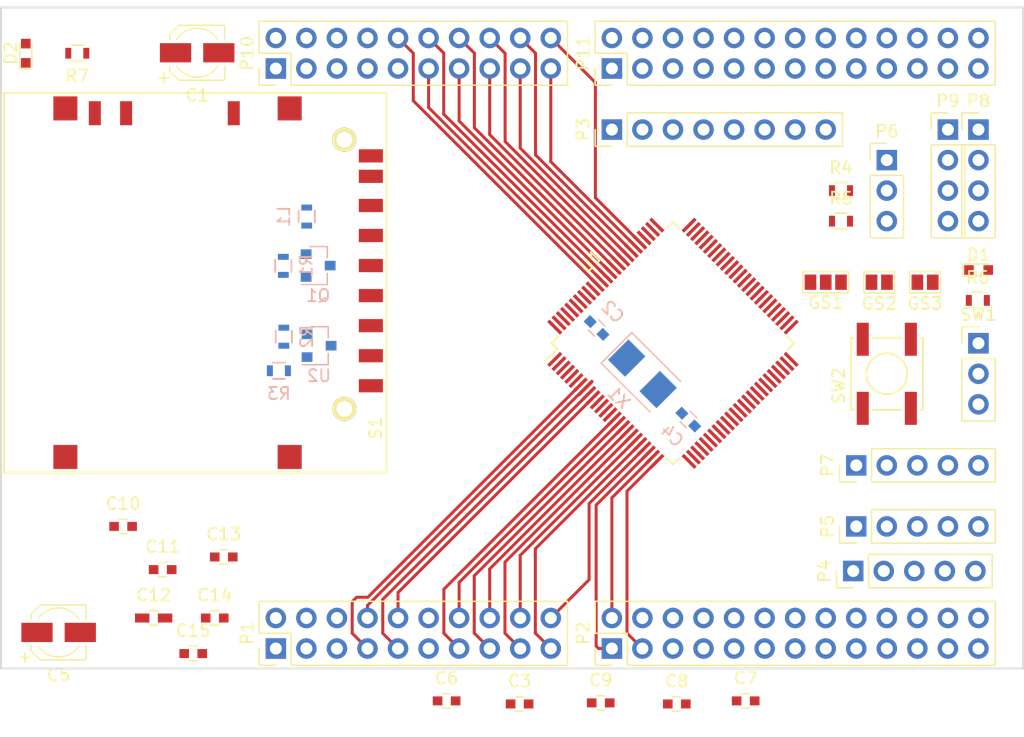
<source format=kicad_pcb>
(kicad_pcb (version 4) (host pcbnew 4.0.1-stable)

  (general
    (links 213)
    (no_connects 213)
    (area 94.416999 49.3317 227.782002 134.447)
    (thickness 1.6)
    (drawings 4)
    (tracks 77)
    (zones 0)
    (modules 46)
    (nets 98)
  )

  (page A4)
  (layers
    (0 F.Cu signal)
    (31 B.Cu signal)
    (32 B.Adhes user)
    (33 F.Adhes user)
    (34 B.Paste user)
    (35 F.Paste user)
    (36 B.SilkS user)
    (37 F.SilkS user)
    (38 B.Mask user)
    (39 F.Mask user)
    (40 Dwgs.User user)
    (41 Cmts.User user)
    (42 Eco1.User user)
    (43 Eco2.User user)
    (44 Edge.Cuts user)
    (45 Margin user)
    (46 B.CrtYd user)
    (47 F.CrtYd user)
    (48 B.Fab user)
    (49 F.Fab user)
  )

  (setup
    (last_trace_width 0.25)
    (trace_clearance 0.2)
    (zone_clearance 0.508)
    (zone_45_only no)
    (trace_min 0.2)
    (segment_width 0.2)
    (edge_width 0.15)
    (via_size 0.6)
    (via_drill 0.4)
    (via_min_size 0.4)
    (via_min_drill 0.3)
    (uvia_size 0.3)
    (uvia_drill 0.1)
    (uvias_allowed no)
    (uvia_min_size 0.2)
    (uvia_min_drill 0.1)
    (pcb_text_width 0.3)
    (pcb_text_size 1.5 1.5)
    (mod_edge_width 0.15)
    (mod_text_size 1 1)
    (mod_text_width 0.15)
    (pad_size 1.524 1.524)
    (pad_drill 0.762)
    (pad_to_mask_clearance 0.2)
    (aux_axis_origin 100 50)
    (grid_origin 100 50)
    (visible_elements 7FFFFFFF)
    (pcbplotparams
      (layerselection 0x00030_80000001)
      (usegerberextensions false)
      (excludeedgelayer true)
      (linewidth 0.100000)
      (plotframeref false)
      (viasonmask false)
      (mode 1)
      (useauxorigin false)
      (hpglpennumber 1)
      (hpglpenspeed 20)
      (hpglpendiameter 15)
      (hpglpenoverlay 2)
      (psnegative false)
      (psa4output false)
      (plotreference true)
      (plotvalue true)
      (plotinvisibletext false)
      (padsonsilk false)
      (subtractmaskfromsilk false)
      (outputformat 1)
      (mirror false)
      (drillshape 1)
      (scaleselection 1)
      (outputdirectory ""))
  )

  (net 0 "")
  (net 1 GND)
  (net 2 "Net-(C1-Pad2)")
  (net 3 "Net-(C2-Pad1)")
  (net 4 "Net-(C3-Pad1)")
  (net 5 "Net-(C4-Pad1)")
  (net 6 +3V3)
  (net 7 +3.3VADC)
  (net 8 GNDA)
  (net 9 "Net-(C12-Pad1)")
  (net 10 "Net-(D1-Pad2)")
  (net 11 /P00)
  (net 12 "Net-(D2-Pad1)")
  (net 13 /P64)
  (net 14 "Net-(GS1-Pad2)")
  (net 15 "Net-(L1-Pad1)")
  (net 16 /PE5)
  (net 17 /P02)
  (net 18 /MD)
  (net 19 /P01)
  (net 20 /PE4)
  (net 21 /PE3)
  (net 22 //RES)
  (net 23 /PE2)
  (net 24 /PE1)
  (net 25 /PE0)
  (net 26 /PD7)
  (net 27 /PD6)
  (net 28 /PD5)
  (net 29 /PD4)
  (net 30 /PD3)
  (net 31 /PD2)
  (net 32 /PD1)
  (net 33 /PD0)
  (net 34 /PB7)
  (net 35 /PB6)
  (net 36 /PB5)
  (net 37 /PB4)
  (net 38 /PB3)
  (net 39 /PB2)
  (net 40 /PB1)
  (net 41 /PB0)
  (net 42 /PA5)
  (net 43 /PA4)
  (net 44 /PA3)
  (net 45 /PA2)
  (net 46 /PA1)
  (net 47 /PA0)
  (net 48 /P96)
  (net 49 /P95)
  (net 50 /P94)
  (net 51 /P93)
  (net 52 /P92)
  (net 53 /P91)
  (net 54 /P90)
  (net 55 /P61)
  (net 56 /P62)
  (net 57 /P24)
  (net 58 /P23)
  (net 59 /P11)
  (net 60 /P10)
  (net 61 /P81)
  (net 62 /P80)
  (net 63 /P82)
  (net 64 /P40)
  (net 65 /P41)
  (net 66 /P42)
  (net 67 /P43)
  (net 68 /P44)
  (net 69 /P45)
  (net 70 /P46)
  (net 71 /P47)
  (net 72 /P50)
  (net 73 /P51)
  (net 74 /P52)
  (net 75 /P53)
  (net 76 /P54)
  (net 77 /P55)
  (net 78 /P60)
  (net 79 /P63)
  (net 80 /P65)
  (net 81 /P20)
  (net 82 /P21)
  (net 83 /P22)
  (net 84 /P30)
  (net 85 /P31)
  (net 86 /P32)
  (net 87 /P33)
  (net 88 /P70)
  (net 89 /P71)
  (net 90 /P72)
  (net 91 /P73)
  (net 92 /P74)
  (net 93 /P75)
  (net 94 /P76)
  (net 95 "Net-(S1-Pad8)")
  (net 96 "Net-(S1-Pad9)")
  (net 97 "Net-(SW1-Pad1)")

  (net_class Default "これは標準のネット クラスです。"
    (clearance 0.2)
    (trace_width 0.25)
    (via_dia 0.6)
    (via_drill 0.4)
    (uvia_dia 0.3)
    (uvia_drill 0.1)
    (add_net +3.3VADC)
    (add_net +3V3)
    (add_net //RES)
    (add_net /MD)
    (add_net /P00)
    (add_net /P01)
    (add_net /P02)
    (add_net /P10)
    (add_net /P11)
    (add_net /P20)
    (add_net /P21)
    (add_net /P22)
    (add_net /P23)
    (add_net /P24)
    (add_net /P30)
    (add_net /P31)
    (add_net /P32)
    (add_net /P33)
    (add_net /P40)
    (add_net /P41)
    (add_net /P42)
    (add_net /P43)
    (add_net /P44)
    (add_net /P45)
    (add_net /P46)
    (add_net /P47)
    (add_net /P50)
    (add_net /P51)
    (add_net /P52)
    (add_net /P53)
    (add_net /P54)
    (add_net /P55)
    (add_net /P60)
    (add_net /P61)
    (add_net /P62)
    (add_net /P63)
    (add_net /P64)
    (add_net /P65)
    (add_net /P70)
    (add_net /P71)
    (add_net /P72)
    (add_net /P73)
    (add_net /P74)
    (add_net /P75)
    (add_net /P76)
    (add_net /P80)
    (add_net /P81)
    (add_net /P82)
    (add_net /P90)
    (add_net /P91)
    (add_net /P92)
    (add_net /P93)
    (add_net /P94)
    (add_net /P95)
    (add_net /P96)
    (add_net /PA0)
    (add_net /PA1)
    (add_net /PA2)
    (add_net /PA3)
    (add_net /PA4)
    (add_net /PA5)
    (add_net /PB0)
    (add_net /PB1)
    (add_net /PB2)
    (add_net /PB3)
    (add_net /PB4)
    (add_net /PB5)
    (add_net /PB6)
    (add_net /PB7)
    (add_net /PD0)
    (add_net /PD1)
    (add_net /PD2)
    (add_net /PD3)
    (add_net /PD4)
    (add_net /PD5)
    (add_net /PD6)
    (add_net /PD7)
    (add_net /PE0)
    (add_net /PE1)
    (add_net /PE2)
    (add_net /PE3)
    (add_net /PE4)
    (add_net /PE5)
    (add_net GND)
    (add_net GNDA)
    (add_net "Net-(C1-Pad2)")
    (add_net "Net-(C12-Pad1)")
    (add_net "Net-(C2-Pad1)")
    (add_net "Net-(C3-Pad1)")
    (add_net "Net-(C4-Pad1)")
    (add_net "Net-(D1-Pad2)")
    (add_net "Net-(D2-Pad1)")
    (add_net "Net-(GS1-Pad2)")
    (add_net "Net-(L1-Pad1)")
    (add_net "Net-(S1-Pad8)")
    (add_net "Net-(S1-Pad9)")
    (add_net "Net-(SW1-Pad1)")
  )

  (module Capacitors_SMD:CP_Elec_4x5.8 (layer F.Cu) (tedit 57FA4419) (tstamp 5888061B)
    (at 116.3195 53.7719)
    (descr "SMT capacitor, aluminium electrolytic, 4x5.8")
    (path /588681D0)
    (attr smd)
    (fp_text reference C1 (at 0 3.5433) (layer F.SilkS)
      (effects (font (size 1 1) (thickness 0.15)))
    )
    (fp_text value 22uF (at 0 -3.5433) (layer F.Fab)
      (effects (font (size 1 1) (thickness 0.15)))
    )
    (fp_text user + (at -1.1176 -0.0635) (layer F.Fab)
      (effects (font (size 1 1) (thickness 0.15)))
    )
    (fp_line (start 2.1336 2.1336) (end 2.1336 -2.1336) (layer F.Fab) (width 0.1))
    (fp_line (start -1.4605 2.1336) (end 2.1336 2.1336) (layer F.Fab) (width 0.1))
    (fp_line (start -2.1336 1.4605) (end -1.4605 2.1336) (layer F.Fab) (width 0.1))
    (fp_line (start -2.1336 -1.4605) (end -2.1336 1.4605) (layer F.Fab) (width 0.1))
    (fp_line (start -1.4605 -2.1336) (end -2.1336 -1.4605) (layer F.Fab) (width 0.1))
    (fp_line (start 2.1336 -2.1336) (end -1.4605 -2.1336) (layer F.Fab) (width 0.1))
    (fp_arc (start 0 0) (end 1.7018 1.1176) (angle 113.5052292) (layer F.SilkS) (width 0.12))
    (fp_arc (start 0 0) (end -1.7018 -1.1176) (angle 113.4128735) (layer F.SilkS) (width 0.12))
    (fp_line (start -2.286 1.524) (end -2.286 1.1176) (layer F.SilkS) (width 0.12))
    (fp_line (start 2.286 2.286) (end 2.286 1.1176) (layer F.SilkS) (width 0.12))
    (fp_line (start 2.286 -2.286) (end 2.286 -1.1176) (layer F.SilkS) (width 0.12))
    (fp_line (start -2.286 -1.524) (end -2.286 -1.1176) (layer F.SilkS) (width 0.12))
    (fp_text user + (at -2.7813 2.0066) (layer F.SilkS)
      (effects (font (size 1 1) (thickness 0.15)))
    )
    (fp_line (start 3.35 -2.65) (end -3.35 -2.65) (layer F.CrtYd) (width 0.05))
    (fp_line (start -3.35 -2.65) (end -3.35 2.65) (layer F.CrtYd) (width 0.05))
    (fp_line (start -3.35 2.65) (end 3.35 2.65) (layer F.CrtYd) (width 0.05))
    (fp_line (start 3.35 2.65) (end 3.35 -2.65) (layer F.CrtYd) (width 0.05))
    (fp_line (start -1.524 2.286) (end 2.286 2.286) (layer F.SilkS) (width 0.12))
    (fp_line (start -1.524 2.286) (end -2.286 1.524) (layer F.SilkS) (width 0.12))
    (fp_line (start -1.524 -2.286) (end 2.286 -2.286) (layer F.SilkS) (width 0.12))
    (fp_line (start -1.524 -2.286) (end -2.286 -1.524) (layer F.SilkS) (width 0.12))
    (pad 1 smd rect (at -1.8 0 180) (size 2.6 1.6) (layers F.Cu F.Paste F.Mask)
      (net 1 GND))
    (pad 2 smd rect (at 1.8 0 180) (size 2.6 1.6) (layers F.Cu F.Paste F.Mask)
      (net 2 "Net-(C1-Pad2)"))
    (model Capacitors_SMD.3dshapes/CP_Elec_4x5.8.wrl
      (at (xyz 0 0 0))
      (scale (xyz 1 1 1))
      (rotate (xyz 0 0 180))
    )
  )

  (module Capacitors_SMD:CP_Elec_4x5.8 (layer F.Cu) (tedit 57FA4419) (tstamp 58880667)
    (at 104.8 102)
    (descr "SMT capacitor, aluminium electrolytic, 4x5.8")
    (path /58868F99)
    (attr smd)
    (fp_text reference C5 (at 0 3.5433) (layer F.SilkS)
      (effects (font (size 1 1) (thickness 0.15)))
    )
    (fp_text value 47uF (at 0 -3.5433) (layer F.Fab)
      (effects (font (size 1 1) (thickness 0.15)))
    )
    (fp_text user + (at -1.1176 -0.0635) (layer F.Fab)
      (effects (font (size 1 1) (thickness 0.15)))
    )
    (fp_line (start 2.1336 2.1336) (end 2.1336 -2.1336) (layer F.Fab) (width 0.1))
    (fp_line (start -1.4605 2.1336) (end 2.1336 2.1336) (layer F.Fab) (width 0.1))
    (fp_line (start -2.1336 1.4605) (end -1.4605 2.1336) (layer F.Fab) (width 0.1))
    (fp_line (start -2.1336 -1.4605) (end -2.1336 1.4605) (layer F.Fab) (width 0.1))
    (fp_line (start -1.4605 -2.1336) (end -2.1336 -1.4605) (layer F.Fab) (width 0.1))
    (fp_line (start 2.1336 -2.1336) (end -1.4605 -2.1336) (layer F.Fab) (width 0.1))
    (fp_arc (start 0 0) (end 1.7018 1.1176) (angle 113.5052292) (layer F.SilkS) (width 0.12))
    (fp_arc (start 0 0) (end -1.7018 -1.1176) (angle 113.4128735) (layer F.SilkS) (width 0.12))
    (fp_line (start -2.286 1.524) (end -2.286 1.1176) (layer F.SilkS) (width 0.12))
    (fp_line (start 2.286 2.286) (end 2.286 1.1176) (layer F.SilkS) (width 0.12))
    (fp_line (start 2.286 -2.286) (end 2.286 -1.1176) (layer F.SilkS) (width 0.12))
    (fp_line (start -2.286 -1.524) (end -2.286 -1.1176) (layer F.SilkS) (width 0.12))
    (fp_text user + (at -2.7813 2.0066) (layer F.SilkS)
      (effects (font (size 1 1) (thickness 0.15)))
    )
    (fp_line (start 3.35 -2.65) (end -3.35 -2.65) (layer F.CrtYd) (width 0.05))
    (fp_line (start -3.35 -2.65) (end -3.35 2.65) (layer F.CrtYd) (width 0.05))
    (fp_line (start -3.35 2.65) (end 3.35 2.65) (layer F.CrtYd) (width 0.05))
    (fp_line (start 3.35 2.65) (end 3.35 -2.65) (layer F.CrtYd) (width 0.05))
    (fp_line (start -1.524 2.286) (end 2.286 2.286) (layer F.SilkS) (width 0.12))
    (fp_line (start -1.524 2.286) (end -2.286 1.524) (layer F.SilkS) (width 0.12))
    (fp_line (start -1.524 -2.286) (end 2.286 -2.286) (layer F.SilkS) (width 0.12))
    (fp_line (start -1.524 -2.286) (end -2.286 -1.524) (layer F.SilkS) (width 0.12))
    (pad 1 smd rect (at -1.8 0 180) (size 2.6 1.6) (layers F.Cu F.Paste F.Mask)
      (net 1 GND))
    (pad 2 smd rect (at 1.8 0 180) (size 2.6 1.6) (layers F.Cu F.Paste F.Mask)
      (net 6 +3V3))
    (model Capacitors_SMD.3dshapes/CP_Elec_4x5.8.wrl
      (at (xyz 0 0 0))
      (scale (xyz 1 1 1))
      (rotate (xyz 0 0 180))
    )
  )

  (module Capacitors_SMD:C_0603_HandSoldering (layer F.Cu) (tedit 541A9B4D) (tstamp 588806D7)
    (at 112.7 100.8)
    (descr "Capacitor SMD 0603, hand soldering")
    (tags "capacitor 0603")
    (path /58246342)
    (attr smd)
    (fp_text reference C12 (at 0 -1.9) (layer F.SilkS)
      (effects (font (size 1 1) (thickness 0.15)))
    )
    (fp_text value 1uF (at 0 1.9) (layer F.Fab)
      (effects (font (size 1 1) (thickness 0.15)))
    )
    (fp_line (start -0.8 0.4) (end -0.8 -0.4) (layer F.Fab) (width 0.1))
    (fp_line (start 0.8 0.4) (end -0.8 0.4) (layer F.Fab) (width 0.1))
    (fp_line (start 0.8 -0.4) (end 0.8 0.4) (layer F.Fab) (width 0.1))
    (fp_line (start -0.8 -0.4) (end 0.8 -0.4) (layer F.Fab) (width 0.1))
    (fp_line (start -1.85 -0.75) (end 1.85 -0.75) (layer F.CrtYd) (width 0.05))
    (fp_line (start -1.85 0.75) (end 1.85 0.75) (layer F.CrtYd) (width 0.05))
    (fp_line (start -1.85 -0.75) (end -1.85 0.75) (layer F.CrtYd) (width 0.05))
    (fp_line (start 1.85 -0.75) (end 1.85 0.75) (layer F.CrtYd) (width 0.05))
    (fp_line (start -0.35 -0.6) (end 0.35 -0.6) (layer F.SilkS) (width 0.12))
    (fp_line (start 0.35 0.6) (end -0.35 0.6) (layer F.SilkS) (width 0.12))
    (pad 1 smd rect (at -0.95 0) (size 1.2 0.75) (layers F.Cu F.Paste F.Mask)
      (net 9 "Net-(C12-Pad1)"))
    (pad 2 smd rect (at 0.95 0) (size 1.2 0.75) (layers F.Cu F.Paste F.Mask)
      (net 8 GNDA))
    (model Capacitors_SMD.3dshapes/C_0603_HandSoldering.wrl
      (at (xyz 0 0 0))
      (scale (xyz 1 1 1))
      (rotate (xyz 0 0 0))
    )
  )

  (module LEDs:LED_0603 (layer F.Cu) (tedit 57FE93A5) (tstamp 5888071C)
    (at 181.2927 71.844)
    (descr "LED 0603 smd package")
    (tags "LED led 0603 SMD smd SMT smt smdled SMDLED smtled SMTLED")
    (path /58882F40)
    (attr smd)
    (fp_text reference D1 (at 0 -1.25) (layer F.SilkS)
      (effects (font (size 1 1) (thickness 0.15)))
    )
    (fp_text value LED (at 0 1.35) (layer F.Fab)
      (effects (font (size 1 1) (thickness 0.15)))
    )
    (fp_line (start -1.3 -0.5) (end -1.3 0.5) (layer F.SilkS) (width 0.12))
    (fp_line (start -0.2 -0.2) (end -0.2 0.2) (layer F.Fab) (width 0.1))
    (fp_line (start -0.15 0) (end 0.15 -0.2) (layer F.Fab) (width 0.1))
    (fp_line (start 0.15 0.2) (end -0.15 0) (layer F.Fab) (width 0.1))
    (fp_line (start 0.15 -0.2) (end 0.15 0.2) (layer F.Fab) (width 0.1))
    (fp_line (start 0.8 0.4) (end -0.8 0.4) (layer F.Fab) (width 0.1))
    (fp_line (start 0.8 -0.4) (end 0.8 0.4) (layer F.Fab) (width 0.1))
    (fp_line (start -0.8 -0.4) (end 0.8 -0.4) (layer F.Fab) (width 0.1))
    (fp_line (start -0.8 0.4) (end -0.8 -0.4) (layer F.Fab) (width 0.1))
    (fp_line (start -1.3 0.5) (end 0.8 0.5) (layer F.SilkS) (width 0.12))
    (fp_line (start -1.3 -0.5) (end 0.8 -0.5) (layer F.SilkS) (width 0.12))
    (fp_line (start 1.45 -0.65) (end 1.45 0.65) (layer F.CrtYd) (width 0.05))
    (fp_line (start 1.45 0.65) (end -1.45 0.65) (layer F.CrtYd) (width 0.05))
    (fp_line (start -1.45 0.65) (end -1.45 -0.65) (layer F.CrtYd) (width 0.05))
    (fp_line (start -1.45 -0.65) (end 1.45 -0.65) (layer F.CrtYd) (width 0.05))
    (pad 2 smd rect (at 0.8 0 180) (size 0.8 0.8) (layers F.Cu F.Paste F.Mask)
      (net 10 "Net-(D1-Pad2)"))
    (pad 1 smd rect (at -0.8 0 180) (size 0.8 0.8) (layers F.Cu F.Paste F.Mask)
      (net 11 /P00))
    (model LEDs.3dshapes/LED_0603.wrl
      (at (xyz 0 0 0))
      (scale (xyz 1 1 1))
      (rotate (xyz 0 0 180))
    )
  )

  (module LEDs:LED_0603 (layer F.Cu) (tedit 57FE93A5) (tstamp 58880731)
    (at 102.07 53.81 90)
    (descr "LED 0603 smd package")
    (tags "LED led 0603 SMD smd SMT smt smdled SMDLED smtled SMTLED")
    (path /58884A7F)
    (attr smd)
    (fp_text reference D2 (at 0 -1.25 90) (layer F.SilkS)
      (effects (font (size 1 1) (thickness 0.15)))
    )
    (fp_text value LED (at 0 1.35 90) (layer F.Fab)
      (effects (font (size 1 1) (thickness 0.15)))
    )
    (fp_line (start -1.3 -0.5) (end -1.3 0.5) (layer F.SilkS) (width 0.12))
    (fp_line (start -0.2 -0.2) (end -0.2 0.2) (layer F.Fab) (width 0.1))
    (fp_line (start -0.15 0) (end 0.15 -0.2) (layer F.Fab) (width 0.1))
    (fp_line (start 0.15 0.2) (end -0.15 0) (layer F.Fab) (width 0.1))
    (fp_line (start 0.15 -0.2) (end 0.15 0.2) (layer F.Fab) (width 0.1))
    (fp_line (start 0.8 0.4) (end -0.8 0.4) (layer F.Fab) (width 0.1))
    (fp_line (start 0.8 -0.4) (end 0.8 0.4) (layer F.Fab) (width 0.1))
    (fp_line (start -0.8 -0.4) (end 0.8 -0.4) (layer F.Fab) (width 0.1))
    (fp_line (start -0.8 0.4) (end -0.8 -0.4) (layer F.Fab) (width 0.1))
    (fp_line (start -1.3 0.5) (end 0.8 0.5) (layer F.SilkS) (width 0.12))
    (fp_line (start -1.3 -0.5) (end 0.8 -0.5) (layer F.SilkS) (width 0.12))
    (fp_line (start 1.45 -0.65) (end 1.45 0.65) (layer F.CrtYd) (width 0.05))
    (fp_line (start 1.45 0.65) (end -1.45 0.65) (layer F.CrtYd) (width 0.05))
    (fp_line (start -1.45 0.65) (end -1.45 -0.65) (layer F.CrtYd) (width 0.05))
    (fp_line (start -1.45 -0.65) (end 1.45 -0.65) (layer F.CrtYd) (width 0.05))
    (pad 2 smd rect (at 0.8 0 270) (size 0.8 0.8) (layers F.Cu F.Paste F.Mask)
      (net 2 "Net-(C1-Pad2)"))
    (pad 1 smd rect (at -0.8 0 270) (size 0.8 0.8) (layers F.Cu F.Paste F.Mask)
      (net 12 "Net-(D2-Pad1)"))
    (model LEDs.3dshapes/LED_0603.wrl
      (at (xyz 0 0 0))
      (scale (xyz 1 1 1))
      (rotate (xyz 0 0 180))
    )
  )

  (module Connect:GS3 (layer F.Cu) (tedit 58613494) (tstamp 58880740)
    (at 168.58 72.86 90)
    (descr "3-pin solder bridge")
    (tags "solder bridge")
    (path /5886FADB)
    (attr smd)
    (fp_text reference GS1 (at -1.7 0 180) (layer F.SilkS)
      (effects (font (size 1 1) (thickness 0.15)))
    )
    (fp_text value GS3 (at 1.8 0 180) (layer F.Fab)
      (effects (font (size 1 1) (thickness 0.15)))
    )
    (fp_line (start -1.15 -2.15) (end 1.15 -2.15) (layer F.CrtYd) (width 0.05))
    (fp_line (start 1.15 -2.15) (end 1.15 2.15) (layer F.CrtYd) (width 0.05))
    (fp_line (start 1.15 2.15) (end -1.15 2.15) (layer F.CrtYd) (width 0.05))
    (fp_line (start -1.15 2.15) (end -1.15 -2.15) (layer F.CrtYd) (width 0.05))
    (fp_line (start -0.89 -1.91) (end -0.89 1.91) (layer F.SilkS) (width 0.12))
    (fp_line (start -0.89 1.91) (end 0.89 1.91) (layer F.SilkS) (width 0.12))
    (fp_line (start 0.89 1.91) (end 0.89 -1.91) (layer F.SilkS) (width 0.12))
    (fp_line (start -0.89 -1.91) (end 0.89 -1.91) (layer F.SilkS) (width 0.12))
    (pad 1 smd rect (at 0 -1.27 90) (size 1.27 0.97) (layers F.Cu F.Paste F.Mask)
      (net 13 /P64))
    (pad 2 smd rect (at 0 0 90) (size 1.27 0.97) (layers F.Cu F.Paste F.Mask)
      (net 14 "Net-(GS1-Pad2)"))
    (pad 3 smd rect (at 0 1.27 90) (size 1.27 0.97) (layers F.Cu F.Paste F.Mask)
      (net 1 GND))
  )

  (module Connect:GS2 (layer F.Cu) (tedit 586134A1) (tstamp 5888074E)
    (at 173.03 72.86 270)
    (descr "2-pin solder bridge")
    (tags "solder bridge")
    (path /58248830)
    (attr smd)
    (fp_text reference GS2 (at 1.78 0 360) (layer F.SilkS)
      (effects (font (size 1 1) (thickness 0.15)))
    )
    (fp_text value GS2 (at -1.8 0 360) (layer F.Fab)
      (effects (font (size 1 1) (thickness 0.15)))
    )
    (fp_line (start 1.1 -1.45) (end 1.1 1.5) (layer F.CrtYd) (width 0.05))
    (fp_line (start 1.1 1.5) (end -1.1 1.5) (layer F.CrtYd) (width 0.05))
    (fp_line (start -1.1 1.5) (end -1.1 -1.45) (layer F.CrtYd) (width 0.05))
    (fp_line (start -1.1 -1.45) (end 1.1 -1.45) (layer F.CrtYd) (width 0.05))
    (fp_line (start -0.89 -1.27) (end -0.89 1.27) (layer F.SilkS) (width 0.12))
    (fp_line (start 0.89 1.27) (end 0.89 -1.27) (layer F.SilkS) (width 0.12))
    (fp_line (start 0.89 1.27) (end -0.89 1.27) (layer F.SilkS) (width 0.12))
    (fp_line (start -0.89 -1.27) (end 0.89 -1.27) (layer F.SilkS) (width 0.12))
    (pad 1 smd rect (at 0 -0.64 270) (size 1.27 0.97) (layers F.Cu F.Paste F.Mask)
      (net 8 GNDA))
    (pad 2 smd rect (at 0 0.64 270) (size 1.27 0.97) (layers F.Cu F.Paste F.Mask)
      (net 1 GND))
  )

  (module Connect:GS2 (layer F.Cu) (tedit 586134A1) (tstamp 5888075C)
    (at 176.84 72.86 270)
    (descr "2-pin solder bridge")
    (tags "solder bridge")
    (path /58248877)
    (attr smd)
    (fp_text reference GS3 (at 1.78 0 360) (layer F.SilkS)
      (effects (font (size 1 1) (thickness 0.15)))
    )
    (fp_text value GS2 (at -1.8 0 360) (layer F.Fab)
      (effects (font (size 1 1) (thickness 0.15)))
    )
    (fp_line (start 1.1 -1.45) (end 1.1 1.5) (layer F.CrtYd) (width 0.05))
    (fp_line (start 1.1 1.5) (end -1.1 1.5) (layer F.CrtYd) (width 0.05))
    (fp_line (start -1.1 1.5) (end -1.1 -1.45) (layer F.CrtYd) (width 0.05))
    (fp_line (start -1.1 -1.45) (end 1.1 -1.45) (layer F.CrtYd) (width 0.05))
    (fp_line (start -0.89 -1.27) (end -0.89 1.27) (layer F.SilkS) (width 0.12))
    (fp_line (start 0.89 1.27) (end 0.89 -1.27) (layer F.SilkS) (width 0.12))
    (fp_line (start 0.89 1.27) (end -0.89 1.27) (layer F.SilkS) (width 0.12))
    (fp_line (start -0.89 -1.27) (end 0.89 -1.27) (layer F.SilkS) (width 0.12))
    (pad 1 smd rect (at 0 -0.64 270) (size 1.27 0.97) (layers F.Cu F.Paste F.Mask)
      (net 7 +3.3VADC))
    (pad 2 smd rect (at 0 0.64 270) (size 1.27 0.97) (layers F.Cu F.Paste F.Mask)
      (net 6 +3V3))
  )

  (module Resistors_SMD:R_0603 (layer B.Cu) (tedit 58307A47) (tstamp 5888076C)
    (at 125.4254 67.399 270)
    (descr "Resistor SMD 0603, reflow soldering, Vishay (see dcrcw.pdf)")
    (tags "resistor 0603")
    (path /58867AE4)
    (attr smd)
    (fp_text reference L1 (at 0 1.9 270) (layer B.SilkS)
      (effects (font (size 1 1) (thickness 0.15)) (justify mirror))
    )
    (fp_text value FB (at 0 -1.9 270) (layer B.Fab)
      (effects (font (size 1 1) (thickness 0.15)) (justify mirror))
    )
    (fp_line (start -0.8 -0.4) (end -0.8 0.4) (layer B.Fab) (width 0.1))
    (fp_line (start 0.8 -0.4) (end -0.8 -0.4) (layer B.Fab) (width 0.1))
    (fp_line (start 0.8 0.4) (end 0.8 -0.4) (layer B.Fab) (width 0.1))
    (fp_line (start -0.8 0.4) (end 0.8 0.4) (layer B.Fab) (width 0.1))
    (fp_line (start -1.3 0.8) (end 1.3 0.8) (layer B.CrtYd) (width 0.05))
    (fp_line (start -1.3 -0.8) (end 1.3 -0.8) (layer B.CrtYd) (width 0.05))
    (fp_line (start -1.3 0.8) (end -1.3 -0.8) (layer B.CrtYd) (width 0.05))
    (fp_line (start 1.3 0.8) (end 1.3 -0.8) (layer B.CrtYd) (width 0.05))
    (fp_line (start 0.5 -0.675) (end -0.5 -0.675) (layer B.SilkS) (width 0.15))
    (fp_line (start -0.5 0.675) (end 0.5 0.675) (layer B.SilkS) (width 0.15))
    (pad 1 smd rect (at -0.75 0 270) (size 0.5 0.9) (layers B.Cu B.Paste B.Mask)
      (net 15 "Net-(L1-Pad1)"))
    (pad 2 smd rect (at 0.75 0 270) (size 0.5 0.9) (layers B.Cu B.Paste B.Mask)
      (net 6 +3V3))
    (model Resistors_SMD.3dshapes/R_0603.wrl
      (at (xyz 0 0 0))
      (scale (xyz 1 1 1))
      (rotate (xyz 0 0 0))
    )
  )

  (module Pin_Headers:Pin_Header_Straight_2x10_Pitch2.54mm (layer F.Cu) (tedit 5862ED54) (tstamp 58880794)
    (at 122.86 103.34 90)
    (descr "Through hole straight pin header, 2x10, 2.54mm pitch, double rows")
    (tags "Through hole pin header THT 2x10 2.54mm double row")
    (path /58860411)
    (fp_text reference P1 (at 1.27 -2.39 90) (layer F.SilkS)
      (effects (font (size 1 1) (thickness 0.15)))
    )
    (fp_text value 2X10 (at 1.27 25.25 90) (layer F.Fab)
      (effects (font (size 1 1) (thickness 0.15)))
    )
    (fp_line (start -1.27 -1.27) (end -1.27 24.13) (layer F.Fab) (width 0.1))
    (fp_line (start -1.27 24.13) (end 3.81 24.13) (layer F.Fab) (width 0.1))
    (fp_line (start 3.81 24.13) (end 3.81 -1.27) (layer F.Fab) (width 0.1))
    (fp_line (start 3.81 -1.27) (end -1.27 -1.27) (layer F.Fab) (width 0.1))
    (fp_line (start -1.39 1.27) (end -1.39 24.25) (layer F.SilkS) (width 0.12))
    (fp_line (start -1.39 24.25) (end 3.93 24.25) (layer F.SilkS) (width 0.12))
    (fp_line (start 3.93 24.25) (end 3.93 -1.39) (layer F.SilkS) (width 0.12))
    (fp_line (start 3.93 -1.39) (end 1.27 -1.39) (layer F.SilkS) (width 0.12))
    (fp_line (start 1.27 -1.39) (end 1.27 1.27) (layer F.SilkS) (width 0.12))
    (fp_line (start 1.27 1.27) (end -1.39 1.27) (layer F.SilkS) (width 0.12))
    (fp_line (start -1.39 0) (end -1.39 -1.39) (layer F.SilkS) (width 0.12))
    (fp_line (start -1.39 -1.39) (end 0 -1.39) (layer F.SilkS) (width 0.12))
    (fp_line (start -1.6 -1.6) (end -1.6 24.4) (layer F.CrtYd) (width 0.05))
    (fp_line (start -1.6 24.4) (end 4.1 24.4) (layer F.CrtYd) (width 0.05))
    (fp_line (start 4.1 24.4) (end 4.1 -1.6) (layer F.CrtYd) (width 0.05))
    (fp_line (start 4.1 -1.6) (end -1.6 -1.6) (layer F.CrtYd) (width 0.05))
    (pad 1 thru_hole rect (at 0 0 90) (size 1.7 1.7) (drill 1) (layers *.Cu *.Mask)
      (net 16 /PE5))
    (pad 2 thru_hole oval (at 2.54 0 90) (size 1.7 1.7) (drill 1) (layers *.Cu *.Mask)
      (net 17 /P02))
    (pad 3 thru_hole oval (at 0 2.54 90) (size 1.7 1.7) (drill 1) (layers *.Cu *.Mask)
      (net 1 GND))
    (pad 4 thru_hole oval (at 2.54 2.54 90) (size 1.7 1.7) (drill 1) (layers *.Cu *.Mask)
      (net 11 /P00))
    (pad 5 thru_hole oval (at 0 5.08 90) (size 1.7 1.7) (drill 1) (layers *.Cu *.Mask)
      (net 6 +3V3))
    (pad 6 thru_hole oval (at 2.54 5.08 90) (size 1.7 1.7) (drill 1) (layers *.Cu *.Mask)
      (net 18 /MD))
    (pad 7 thru_hole oval (at 0 7.62 90) (size 1.7 1.7) (drill 1) (layers *.Cu *.Mask)
      (net 19 /P01))
    (pad 8 thru_hole oval (at 2.54 7.62 90) (size 1.7 1.7) (drill 1) (layers *.Cu *.Mask)
      (net 20 /PE4))
    (pad 9 thru_hole oval (at 0 10.16 90) (size 1.7 1.7) (drill 1) (layers *.Cu *.Mask)
      (net 21 /PE3))
    (pad 10 thru_hole oval (at 2.54 10.16 90) (size 1.7 1.7) (drill 1) (layers *.Cu *.Mask)
      (net 22 //RES))
    (pad 11 thru_hole oval (at 0 12.7 90) (size 1.7 1.7) (drill 1) (layers *.Cu *.Mask)
      (net 1 GND))
    (pad 12 thru_hole oval (at 2.54 12.7 90) (size 1.7 1.7) (drill 1) (layers *.Cu *.Mask)
      (net 6 +3V3))
    (pad 13 thru_hole oval (at 0 15.24 90) (size 1.7 1.7) (drill 1) (layers *.Cu *.Mask)
      (net 23 /PE2))
    (pad 14 thru_hole oval (at 2.54 15.24 90) (size 1.7 1.7) (drill 1) (layers *.Cu *.Mask)
      (net 24 /PE1))
    (pad 15 thru_hole oval (at 0 17.78 90) (size 1.7 1.7) (drill 1) (layers *.Cu *.Mask)
      (net 25 /PE0))
    (pad 16 thru_hole oval (at 2.54 17.78 90) (size 1.7 1.7) (drill 1) (layers *.Cu *.Mask)
      (net 26 /PD7))
    (pad 17 thru_hole oval (at 0 20.32 90) (size 1.7 1.7) (drill 1) (layers *.Cu *.Mask)
      (net 27 /PD6))
    (pad 18 thru_hole oval (at 2.54 20.32 90) (size 1.7 1.7) (drill 1) (layers *.Cu *.Mask)
      (net 28 /PD5))
    (pad 19 thru_hole oval (at 0 22.86 90) (size 1.7 1.7) (drill 1) (layers *.Cu *.Mask)
      (net 29 /PD4))
    (pad 20 thru_hole oval (at 2.54 22.86 90) (size 1.7 1.7) (drill 1) (layers *.Cu *.Mask)
      (net 30 /PD3))
    (model Pin_Headers.3dshapes/Pin_Header_Straight_2x10_Pitch2.54mm.wrl
      (at (xyz 0.05 -0.45 0))
      (scale (xyz 1 1 1))
      (rotate (xyz 0 0 90))
    )
  )

  (module Pin_Headers:Pin_Header_Straight_2x13_Pitch2.54mm (layer F.Cu) (tedit 5862ED54) (tstamp 588807C2)
    (at 150.8 103.34 90)
    (descr "Through hole straight pin header, 2x13, 2.54mm pitch, double rows")
    (tags "Through hole pin header THT 2x13 2.54mm double row")
    (path /588604FF)
    (fp_text reference P2 (at 1.27 -2.39 90) (layer F.SilkS)
      (effects (font (size 1 1) (thickness 0.15)))
    )
    (fp_text value 2X13 (at 1.27 32.87 90) (layer F.Fab)
      (effects (font (size 1 1) (thickness 0.15)))
    )
    (fp_line (start -1.27 -1.27) (end -1.27 31.75) (layer F.Fab) (width 0.1))
    (fp_line (start -1.27 31.75) (end 3.81 31.75) (layer F.Fab) (width 0.1))
    (fp_line (start 3.81 31.75) (end 3.81 -1.27) (layer F.Fab) (width 0.1))
    (fp_line (start 3.81 -1.27) (end -1.27 -1.27) (layer F.Fab) (width 0.1))
    (fp_line (start -1.39 1.27) (end -1.39 31.87) (layer F.SilkS) (width 0.12))
    (fp_line (start -1.39 31.87) (end 3.93 31.87) (layer F.SilkS) (width 0.12))
    (fp_line (start 3.93 31.87) (end 3.93 -1.39) (layer F.SilkS) (width 0.12))
    (fp_line (start 3.93 -1.39) (end 1.27 -1.39) (layer F.SilkS) (width 0.12))
    (fp_line (start 1.27 -1.39) (end 1.27 1.27) (layer F.SilkS) (width 0.12))
    (fp_line (start 1.27 1.27) (end -1.39 1.27) (layer F.SilkS) (width 0.12))
    (fp_line (start -1.39 0) (end -1.39 -1.39) (layer F.SilkS) (width 0.12))
    (fp_line (start -1.39 -1.39) (end 0 -1.39) (layer F.SilkS) (width 0.12))
    (fp_line (start -1.6 -1.6) (end -1.6 32) (layer F.CrtYd) (width 0.05))
    (fp_line (start -1.6 32) (end 4.1 32) (layer F.CrtYd) (width 0.05))
    (fp_line (start 4.1 32) (end 4.1 -1.6) (layer F.CrtYd) (width 0.05))
    (fp_line (start 4.1 -1.6) (end -1.6 -1.6) (layer F.CrtYd) (width 0.05))
    (pad 1 thru_hole rect (at 0 0 90) (size 1.7 1.7) (drill 1) (layers *.Cu *.Mask)
      (net 31 /PD2))
    (pad 2 thru_hole oval (at 2.54 0 90) (size 1.7 1.7) (drill 1) (layers *.Cu *.Mask)
      (net 32 /PD1))
    (pad 3 thru_hole oval (at 0 2.54 90) (size 1.7 1.7) (drill 1) (layers *.Cu *.Mask)
      (net 33 /PD0))
    (pad 4 thru_hole oval (at 2.54 2.54 90) (size 1.7 1.7) (drill 1) (layers *.Cu *.Mask)
      (net 34 /PB7))
    (pad 5 thru_hole oval (at 0 5.08 90) (size 1.7 1.7) (drill 1) (layers *.Cu *.Mask)
      (net 35 /PB6))
    (pad 6 thru_hole oval (at 2.54 5.08 90) (size 1.7 1.7) (drill 1) (layers *.Cu *.Mask)
      (net 36 /PB5))
    (pad 7 thru_hole oval (at 0 7.62 90) (size 1.7 1.7) (drill 1) (layers *.Cu *.Mask)
      (net 1 GND))
    (pad 8 thru_hole oval (at 2.54 7.62 90) (size 1.7 1.7) (drill 1) (layers *.Cu *.Mask)
      (net 6 +3V3))
    (pad 9 thru_hole oval (at 0 10.16 90) (size 1.7 1.7) (drill 1) (layers *.Cu *.Mask)
      (net 37 /PB4))
    (pad 10 thru_hole oval (at 2.54 10.16 90) (size 1.7 1.7) (drill 1) (layers *.Cu *.Mask)
      (net 38 /PB3))
    (pad 11 thru_hole oval (at 0 12.7 90) (size 1.7 1.7) (drill 1) (layers *.Cu *.Mask)
      (net 39 /PB2))
    (pad 12 thru_hole oval (at 2.54 12.7 90) (size 1.7 1.7) (drill 1) (layers *.Cu *.Mask)
      (net 40 /PB1))
    (pad 13 thru_hole oval (at 0 15.24 90) (size 1.7 1.7) (drill 1) (layers *.Cu *.Mask)
      (net 41 /PB0))
    (pad 14 thru_hole oval (at 2.54 15.24 90) (size 1.7 1.7) (drill 1) (layers *.Cu *.Mask)
      (net 42 /PA5))
    (pad 15 thru_hole oval (at 0 17.78 90) (size 1.7 1.7) (drill 1) (layers *.Cu *.Mask)
      (net 43 /PA4))
    (pad 16 thru_hole oval (at 2.54 17.78 90) (size 1.7 1.7) (drill 1) (layers *.Cu *.Mask)
      (net 44 /PA3))
    (pad 17 thru_hole oval (at 0 20.32 90) (size 1.7 1.7) (drill 1) (layers *.Cu *.Mask)
      (net 45 /PA2))
    (pad 18 thru_hole oval (at 2.54 20.32 90) (size 1.7 1.7) (drill 1) (layers *.Cu *.Mask)
      (net 46 /PA1))
    (pad 19 thru_hole oval (at 0 22.86 90) (size 1.7 1.7) (drill 1) (layers *.Cu *.Mask)
      (net 47 /PA0))
    (pad 20 thru_hole oval (at 2.54 22.86 90) (size 1.7 1.7) (drill 1) (layers *.Cu *.Mask)
      (net 48 /P96))
    (pad 21 thru_hole oval (at 0 25.4 90) (size 1.7 1.7) (drill 1) (layers *.Cu *.Mask)
      (net 49 /P95))
    (pad 22 thru_hole oval (at 2.54 25.4 90) (size 1.7 1.7) (drill 1) (layers *.Cu *.Mask)
      (net 50 /P94))
    (pad 23 thru_hole oval (at 0 27.94 90) (size 1.7 1.7) (drill 1) (layers *.Cu *.Mask)
      (net 51 /P93))
    (pad 24 thru_hole oval (at 2.54 27.94 90) (size 1.7 1.7) (drill 1) (layers *.Cu *.Mask)
      (net 52 /P92))
    (pad 25 thru_hole oval (at 0 30.48 90) (size 1.7 1.7) (drill 1) (layers *.Cu *.Mask)
      (net 53 /P91))
    (pad 26 thru_hole oval (at 2.54 30.48 90) (size 1.7 1.7) (drill 1) (layers *.Cu *.Mask)
      (net 54 /P90))
    (model Pin_Headers.3dshapes/Pin_Header_Straight_2x13_Pitch2.54mm.wrl
      (at (xyz 0.05 -0.6 0))
      (scale (xyz 1 1 1))
      (rotate (xyz 0 0 90))
    )
  )

  (module Pin_Headers:Pin_Header_Straight_1x08_Pitch2.54mm (layer F.Cu) (tedit 5862ED52) (tstamp 588807DC)
    (at 150.8 60.16 90)
    (descr "Through hole straight pin header, 1x08, 2.54mm pitch, single row")
    (tags "Through hole pin header THT 1x08 2.54mm single row")
    (path /5886DD10)
    (fp_text reference P3 (at 0 -2.39 90) (layer F.SilkS)
      (effects (font (size 1 1) (thickness 0.15)))
    )
    (fp_text value SPI-LCD (at 0 20.17 90) (layer F.Fab)
      (effects (font (size 1 1) (thickness 0.15)))
    )
    (fp_line (start -1.27 -1.27) (end -1.27 19.05) (layer F.Fab) (width 0.1))
    (fp_line (start -1.27 19.05) (end 1.27 19.05) (layer F.Fab) (width 0.1))
    (fp_line (start 1.27 19.05) (end 1.27 -1.27) (layer F.Fab) (width 0.1))
    (fp_line (start 1.27 -1.27) (end -1.27 -1.27) (layer F.Fab) (width 0.1))
    (fp_line (start -1.39 1.27) (end -1.39 19.17) (layer F.SilkS) (width 0.12))
    (fp_line (start -1.39 19.17) (end 1.39 19.17) (layer F.SilkS) (width 0.12))
    (fp_line (start 1.39 19.17) (end 1.39 1.27) (layer F.SilkS) (width 0.12))
    (fp_line (start 1.39 1.27) (end -1.39 1.27) (layer F.SilkS) (width 0.12))
    (fp_line (start -1.39 0) (end -1.39 -1.39) (layer F.SilkS) (width 0.12))
    (fp_line (start -1.39 -1.39) (end 0 -1.39) (layer F.SilkS) (width 0.12))
    (fp_line (start -1.6 -1.6) (end -1.6 19.3) (layer F.CrtYd) (width 0.05))
    (fp_line (start -1.6 19.3) (end 1.6 19.3) (layer F.CrtYd) (width 0.05))
    (fp_line (start 1.6 19.3) (end 1.6 -1.6) (layer F.CrtYd) (width 0.05))
    (fp_line (start 1.6 -1.6) (end -1.6 -1.6) (layer F.CrtYd) (width 0.05))
    (pad 1 thru_hole rect (at 0 0 90) (size 1.7 1.7) (drill 1) (layers *.Cu *.Mask)
      (net 6 +3V3))
    (pad 2 thru_hole oval (at 0 2.54 90) (size 1.7 1.7) (drill 1) (layers *.Cu *.Mask)
      (net 55 /P61))
    (pad 3 thru_hole oval (at 0 5.08 90) (size 1.7 1.7) (drill 1) (layers *.Cu *.Mask)
      (net 22 //RES))
    (pad 4 thru_hole oval (at 0 7.62 90) (size 1.7 1.7) (drill 1) (layers *.Cu *.Mask)
      (net 56 /P62))
    (pad 5 thru_hole oval (at 0 10.16 90) (size 1.7 1.7) (drill 1) (layers *.Cu *.Mask)
      (net 57 /P24))
    (pad 6 thru_hole oval (at 0 12.7 90) (size 1.7 1.7) (drill 1) (layers *.Cu *.Mask)
      (net 58 /P23))
    (pad 7 thru_hole oval (at 0 15.24 90) (size 1.7 1.7) (drill 1) (layers *.Cu *.Mask)
      (net 6 +3V3))
    (pad 8 thru_hole oval (at 0 17.78 90) (size 1.7 1.7) (drill 1) (layers *.Cu *.Mask)
      (net 1 GND))
    (model Pin_Headers.3dshapes/Pin_Header_Straight_1x08_Pitch2.54mm.wrl
      (at (xyz 0 -0.35 0))
      (scale (xyz 1 1 1))
      (rotate (xyz 0 0 90))
    )
  )

  (module Pin_Headers:Pin_Header_Straight_1x05_Pitch2.54mm (layer F.Cu) (tedit 5862ED52) (tstamp 588807F3)
    (at 170.866 96.8884 90)
    (descr "Through hole straight pin header, 1x05, 2.54mm pitch, single row")
    (tags "Through hole pin header THT 1x05 2.54mm single row")
    (path /58875E84)
    (fp_text reference P4 (at 0 -2.39 90) (layer F.SilkS)
      (effects (font (size 1 1) (thickness 0.15)))
    )
    (fp_text value SCI1 (at 0 12.55 90) (layer F.Fab)
      (effects (font (size 1 1) (thickness 0.15)))
    )
    (fp_line (start -1.27 -1.27) (end -1.27 11.43) (layer F.Fab) (width 0.1))
    (fp_line (start -1.27 11.43) (end 1.27 11.43) (layer F.Fab) (width 0.1))
    (fp_line (start 1.27 11.43) (end 1.27 -1.27) (layer F.Fab) (width 0.1))
    (fp_line (start 1.27 -1.27) (end -1.27 -1.27) (layer F.Fab) (width 0.1))
    (fp_line (start -1.39 1.27) (end -1.39 11.55) (layer F.SilkS) (width 0.12))
    (fp_line (start -1.39 11.55) (end 1.39 11.55) (layer F.SilkS) (width 0.12))
    (fp_line (start 1.39 11.55) (end 1.39 1.27) (layer F.SilkS) (width 0.12))
    (fp_line (start 1.39 1.27) (end -1.39 1.27) (layer F.SilkS) (width 0.12))
    (fp_line (start -1.39 0) (end -1.39 -1.39) (layer F.SilkS) (width 0.12))
    (fp_line (start -1.39 -1.39) (end 0 -1.39) (layer F.SilkS) (width 0.12))
    (fp_line (start -1.6 -1.6) (end -1.6 11.7) (layer F.CrtYd) (width 0.05))
    (fp_line (start -1.6 11.7) (end 1.6 11.7) (layer F.CrtYd) (width 0.05))
    (fp_line (start 1.6 11.7) (end 1.6 -1.6) (layer F.CrtYd) (width 0.05))
    (fp_line (start 1.6 -1.6) (end -1.6 -1.6) (layer F.CrtYd) (width 0.05))
    (pad 1 thru_hole rect (at 0 0 90) (size 1.7 1.7) (drill 1) (layers *.Cu *.Mask)
      (net 1 GND))
    (pad 2 thru_hole oval (at 0 2.54 90) (size 1.7 1.7) (drill 1) (layers *.Cu *.Mask)
      (net 28 /PD5))
    (pad 3 thru_hole oval (at 0 5.08 90) (size 1.7 1.7) (drill 1) (layers *.Cu *.Mask)
      (net 30 /PD3))
    (pad 4 thru_hole oval (at 0 7.62 90) (size 1.7 1.7) (drill 1) (layers *.Cu *.Mask)
      (net 6 +3V3))
    (pad 5 thru_hole oval (at 0 10.16 90) (size 1.7 1.7) (drill 1) (layers *.Cu *.Mask)
      (net 29 /PD4))
    (model Pin_Headers.3dshapes/Pin_Header_Straight_1x05_Pitch2.54mm.wrl
      (at (xyz 0 -0.2 0))
      (scale (xyz 1 1 1))
      (rotate (xyz 0 0 90))
    )
  )

  (module Pin_Headers:Pin_Header_Straight_1x05_Pitch2.54mm (layer F.Cu) (tedit 5862ED52) (tstamp 5888080A)
    (at 171.12 93.18 90)
    (descr "Through hole straight pin header, 1x05, 2.54mm pitch, single row")
    (tags "Through hole pin header THT 1x05 2.54mm single row")
    (path /58875EEF)
    (fp_text reference P5 (at 0 -2.39 90) (layer F.SilkS)
      (effects (font (size 1 1) (thickness 0.15)))
    )
    (fp_text value SCI5 (at 0 12.55 90) (layer F.Fab)
      (effects (font (size 1 1) (thickness 0.15)))
    )
    (fp_line (start -1.27 -1.27) (end -1.27 11.43) (layer F.Fab) (width 0.1))
    (fp_line (start -1.27 11.43) (end 1.27 11.43) (layer F.Fab) (width 0.1))
    (fp_line (start 1.27 11.43) (end 1.27 -1.27) (layer F.Fab) (width 0.1))
    (fp_line (start 1.27 -1.27) (end -1.27 -1.27) (layer F.Fab) (width 0.1))
    (fp_line (start -1.39 1.27) (end -1.39 11.55) (layer F.SilkS) (width 0.12))
    (fp_line (start -1.39 11.55) (end 1.39 11.55) (layer F.SilkS) (width 0.12))
    (fp_line (start 1.39 11.55) (end 1.39 1.27) (layer F.SilkS) (width 0.12))
    (fp_line (start 1.39 1.27) (end -1.39 1.27) (layer F.SilkS) (width 0.12))
    (fp_line (start -1.39 0) (end -1.39 -1.39) (layer F.SilkS) (width 0.12))
    (fp_line (start -1.39 -1.39) (end 0 -1.39) (layer F.SilkS) (width 0.12))
    (fp_line (start -1.6 -1.6) (end -1.6 11.7) (layer F.CrtYd) (width 0.05))
    (fp_line (start -1.6 11.7) (end 1.6 11.7) (layer F.CrtYd) (width 0.05))
    (fp_line (start 1.6 11.7) (end 1.6 -1.6) (layer F.CrtYd) (width 0.05))
    (fp_line (start 1.6 -1.6) (end -1.6 -1.6) (layer F.CrtYd) (width 0.05))
    (pad 1 thru_hole rect (at 0 0 90) (size 1.7 1.7) (drill 1) (layers *.Cu *.Mask)
      (net 1 GND))
    (pad 2 thru_hole oval (at 0 2.54 90) (size 1.7 1.7) (drill 1) (layers *.Cu *.Mask)
      (net 35 /PB6))
    (pad 3 thru_hole oval (at 0 5.08 90) (size 1.7 1.7) (drill 1) (layers *.Cu *.Mask)
      (net 36 /PB5))
    (pad 4 thru_hole oval (at 0 7.62 90) (size 1.7 1.7) (drill 1) (layers *.Cu *.Mask)
      (net 6 +3V3))
    (pad 5 thru_hole oval (at 0 10.16 90) (size 1.7 1.7) (drill 1) (layers *.Cu *.Mask)
      (net 34 /PB7))
    (model Pin_Headers.3dshapes/Pin_Header_Straight_1x05_Pitch2.54mm.wrl
      (at (xyz 0 -0.2 0))
      (scale (xyz 1 1 1))
      (rotate (xyz 0 0 90))
    )
  )

  (module Pin_Headers:Pin_Header_Straight_1x03_Pitch2.54mm (layer F.Cu) (tedit 5862ED52) (tstamp 5888081F)
    (at 173.66 62.7)
    (descr "Through hole straight pin header, 1x03, 2.54mm pitch, single row")
    (tags "Through hole pin header THT 1x03 2.54mm single row")
    (path /5886CD04)
    (fp_text reference P6 (at 0 -2.39) (layer F.SilkS)
      (effects (font (size 1 1) (thickness 0.15)))
    )
    (fp_text value APOWER (at 0 7.47) (layer F.Fab)
      (effects (font (size 1 1) (thickness 0.15)))
    )
    (fp_line (start -1.27 -1.27) (end -1.27 6.35) (layer F.Fab) (width 0.1))
    (fp_line (start -1.27 6.35) (end 1.27 6.35) (layer F.Fab) (width 0.1))
    (fp_line (start 1.27 6.35) (end 1.27 -1.27) (layer F.Fab) (width 0.1))
    (fp_line (start 1.27 -1.27) (end -1.27 -1.27) (layer F.Fab) (width 0.1))
    (fp_line (start -1.39 1.27) (end -1.39 6.47) (layer F.SilkS) (width 0.12))
    (fp_line (start -1.39 6.47) (end 1.39 6.47) (layer F.SilkS) (width 0.12))
    (fp_line (start 1.39 6.47) (end 1.39 1.27) (layer F.SilkS) (width 0.12))
    (fp_line (start 1.39 1.27) (end -1.39 1.27) (layer F.SilkS) (width 0.12))
    (fp_line (start -1.39 0) (end -1.39 -1.39) (layer F.SilkS) (width 0.12))
    (fp_line (start -1.39 -1.39) (end 0 -1.39) (layer F.SilkS) (width 0.12))
    (fp_line (start -1.6 -1.6) (end -1.6 6.6) (layer F.CrtYd) (width 0.05))
    (fp_line (start -1.6 6.6) (end 1.6 6.6) (layer F.CrtYd) (width 0.05))
    (fp_line (start 1.6 6.6) (end 1.6 -1.6) (layer F.CrtYd) (width 0.05))
    (fp_line (start 1.6 -1.6) (end -1.6 -1.6) (layer F.CrtYd) (width 0.05))
    (pad 1 thru_hole rect (at 0 0) (size 1.7 1.7) (drill 1) (layers *.Cu *.Mask)
      (net 7 +3.3VADC))
    (pad 2 thru_hole oval (at 0 2.54) (size 1.7 1.7) (drill 1) (layers *.Cu *.Mask)
      (net 9 "Net-(C12-Pad1)"))
    (pad 3 thru_hole oval (at 0 5.08) (size 1.7 1.7) (drill 1) (layers *.Cu *.Mask)
      (net 8 GNDA))
    (model Pin_Headers.3dshapes/Pin_Header_Straight_1x03_Pitch2.54mm.wrl
      (at (xyz 0 -0.1 0))
      (scale (xyz 1 1 1))
      (rotate (xyz 0 0 90))
    )
  )

  (module Pin_Headers:Pin_Header_Straight_1x05_Pitch2.54mm (layer F.Cu) (tedit 5862ED52) (tstamp 58880836)
    (at 171.12 88.1 90)
    (descr "Through hole straight pin header, 1x05, 2.54mm pitch, single row")
    (tags "Through hole pin header THT 1x05 2.54mm single row")
    (path /5887842D)
    (fp_text reference P7 (at 0 -2.39 90) (layer F.SilkS)
      (effects (font (size 1 1) (thickness 0.15)))
    )
    (fp_text value SCI6 (at 0 12.55 90) (layer F.Fab)
      (effects (font (size 1 1) (thickness 0.15)))
    )
    (fp_line (start -1.27 -1.27) (end -1.27 11.43) (layer F.Fab) (width 0.1))
    (fp_line (start -1.27 11.43) (end 1.27 11.43) (layer F.Fab) (width 0.1))
    (fp_line (start 1.27 11.43) (end 1.27 -1.27) (layer F.Fab) (width 0.1))
    (fp_line (start 1.27 -1.27) (end -1.27 -1.27) (layer F.Fab) (width 0.1))
    (fp_line (start -1.39 1.27) (end -1.39 11.55) (layer F.SilkS) (width 0.12))
    (fp_line (start -1.39 11.55) (end 1.39 11.55) (layer F.SilkS) (width 0.12))
    (fp_line (start 1.39 11.55) (end 1.39 1.27) (layer F.SilkS) (width 0.12))
    (fp_line (start 1.39 1.27) (end -1.39 1.27) (layer F.SilkS) (width 0.12))
    (fp_line (start -1.39 0) (end -1.39 -1.39) (layer F.SilkS) (width 0.12))
    (fp_line (start -1.39 -1.39) (end 0 -1.39) (layer F.SilkS) (width 0.12))
    (fp_line (start -1.6 -1.6) (end -1.6 11.7) (layer F.CrtYd) (width 0.05))
    (fp_line (start -1.6 11.7) (end 1.6 11.7) (layer F.CrtYd) (width 0.05))
    (fp_line (start 1.6 11.7) (end 1.6 -1.6) (layer F.CrtYd) (width 0.05))
    (fp_line (start 1.6 -1.6) (end -1.6 -1.6) (layer F.CrtYd) (width 0.05))
    (pad 1 thru_hole rect (at 0 0 90) (size 1.7 1.7) (drill 1) (layers *.Cu *.Mask)
      (net 1 GND))
    (pad 2 thru_hole oval (at 0 2.54 90) (size 1.7 1.7) (drill 1) (layers *.Cu *.Mask)
      (net 42 /PA5))
    (pad 3 thru_hole oval (at 0 5.08 90) (size 1.7 1.7) (drill 1) (layers *.Cu *.Mask)
      (net 41 /PB0))
    (pad 4 thru_hole oval (at 0 7.62 90) (size 1.7 1.7) (drill 1) (layers *.Cu *.Mask)
      (net 6 +3V3))
    (pad 5 thru_hole oval (at 0 10.16 90) (size 1.7 1.7) (drill 1) (layers *.Cu *.Mask)
      (net 43 /PA4))
    (model Pin_Headers.3dshapes/Pin_Header_Straight_1x05_Pitch2.54mm.wrl
      (at (xyz 0 -0.2 0))
      (scale (xyz 1 1 1))
      (rotate (xyz 0 0 90))
    )
  )

  (module Pin_Headers:Pin_Header_Straight_1x04_Pitch2.54mm (layer F.Cu) (tedit 5862ED52) (tstamp 5888084C)
    (at 181.28 60.16)
    (descr "Through hole straight pin header, 1x04, 2.54mm pitch, single row")
    (tags "Through hole pin header THT 1x04 2.54mm single row")
    (path /5886D988)
    (fp_text reference P8 (at 0 -2.39) (layer F.SilkS)
      (effects (font (size 1 1) (thickness 0.15)))
    )
    (fp_text value I2C (at 0 10.01) (layer F.Fab)
      (effects (font (size 1 1) (thickness 0.15)))
    )
    (fp_line (start -1.27 -1.27) (end -1.27 8.89) (layer F.Fab) (width 0.1))
    (fp_line (start -1.27 8.89) (end 1.27 8.89) (layer F.Fab) (width 0.1))
    (fp_line (start 1.27 8.89) (end 1.27 -1.27) (layer F.Fab) (width 0.1))
    (fp_line (start 1.27 -1.27) (end -1.27 -1.27) (layer F.Fab) (width 0.1))
    (fp_line (start -1.39 1.27) (end -1.39 9.01) (layer F.SilkS) (width 0.12))
    (fp_line (start -1.39 9.01) (end 1.39 9.01) (layer F.SilkS) (width 0.12))
    (fp_line (start 1.39 9.01) (end 1.39 1.27) (layer F.SilkS) (width 0.12))
    (fp_line (start 1.39 1.27) (end -1.39 1.27) (layer F.SilkS) (width 0.12))
    (fp_line (start -1.39 0) (end -1.39 -1.39) (layer F.SilkS) (width 0.12))
    (fp_line (start -1.39 -1.39) (end 0 -1.39) (layer F.SilkS) (width 0.12))
    (fp_line (start -1.6 -1.6) (end -1.6 9.2) (layer F.CrtYd) (width 0.05))
    (fp_line (start -1.6 9.2) (end 1.6 9.2) (layer F.CrtYd) (width 0.05))
    (fp_line (start 1.6 9.2) (end 1.6 -1.6) (layer F.CrtYd) (width 0.05))
    (fp_line (start 1.6 -1.6) (end -1.6 -1.6) (layer F.CrtYd) (width 0.05))
    (pad 1 thru_hole rect (at 0 0) (size 1.7 1.7) (drill 1) (layers *.Cu *.Mask)
      (net 1 GND))
    (pad 2 thru_hole oval (at 0 2.54) (size 1.7 1.7) (drill 1) (layers *.Cu *.Mask)
      (net 6 +3V3))
    (pad 3 thru_hole oval (at 0 5.08) (size 1.7 1.7) (drill 1) (layers *.Cu *.Mask)
      (net 39 /PB2))
    (pad 4 thru_hole oval (at 0 7.62) (size 1.7 1.7) (drill 1) (layers *.Cu *.Mask)
      (net 40 /PB1))
    (model Pin_Headers.3dshapes/Pin_Header_Straight_1x04_Pitch2.54mm.wrl
      (at (xyz 0 -0.15 0))
      (scale (xyz 1 1 1))
      (rotate (xyz 0 0 90))
    )
  )

  (module Pin_Headers:Pin_Header_Straight_1x04_Pitch2.54mm (layer F.Cu) (tedit 5862ED52) (tstamp 58880862)
    (at 178.74 60.16)
    (descr "Through hole straight pin header, 1x04, 2.54mm pitch, single row")
    (tags "Through hole pin header THT 1x04 2.54mm single row")
    (path /5886D9DD)
    (fp_text reference P9 (at 0 -2.39) (layer F.SilkS)
      (effects (font (size 1 1) (thickness 0.15)))
    )
    (fp_text value I2C (at 0 10.01) (layer F.Fab)
      (effects (font (size 1 1) (thickness 0.15)))
    )
    (fp_line (start -1.27 -1.27) (end -1.27 8.89) (layer F.Fab) (width 0.1))
    (fp_line (start -1.27 8.89) (end 1.27 8.89) (layer F.Fab) (width 0.1))
    (fp_line (start 1.27 8.89) (end 1.27 -1.27) (layer F.Fab) (width 0.1))
    (fp_line (start 1.27 -1.27) (end -1.27 -1.27) (layer F.Fab) (width 0.1))
    (fp_line (start -1.39 1.27) (end -1.39 9.01) (layer F.SilkS) (width 0.12))
    (fp_line (start -1.39 9.01) (end 1.39 9.01) (layer F.SilkS) (width 0.12))
    (fp_line (start 1.39 9.01) (end 1.39 1.27) (layer F.SilkS) (width 0.12))
    (fp_line (start 1.39 1.27) (end -1.39 1.27) (layer F.SilkS) (width 0.12))
    (fp_line (start -1.39 0) (end -1.39 -1.39) (layer F.SilkS) (width 0.12))
    (fp_line (start -1.39 -1.39) (end 0 -1.39) (layer F.SilkS) (width 0.12))
    (fp_line (start -1.6 -1.6) (end -1.6 9.2) (layer F.CrtYd) (width 0.05))
    (fp_line (start -1.6 9.2) (end 1.6 9.2) (layer F.CrtYd) (width 0.05))
    (fp_line (start 1.6 9.2) (end 1.6 -1.6) (layer F.CrtYd) (width 0.05))
    (fp_line (start 1.6 -1.6) (end -1.6 -1.6) (layer F.CrtYd) (width 0.05))
    (pad 1 thru_hole rect (at 0 0) (size 1.7 1.7) (drill 1) (layers *.Cu *.Mask)
      (net 1 GND))
    (pad 2 thru_hole oval (at 0 2.54) (size 1.7 1.7) (drill 1) (layers *.Cu *.Mask)
      (net 6 +3V3))
    (pad 3 thru_hole oval (at 0 5.08) (size 1.7 1.7) (drill 1) (layers *.Cu *.Mask)
      (net 39 /PB2))
    (pad 4 thru_hole oval (at 0 7.62) (size 1.7 1.7) (drill 1) (layers *.Cu *.Mask)
      (net 40 /PB1))
    (model Pin_Headers.3dshapes/Pin_Header_Straight_1x04_Pitch2.54mm.wrl
      (at (xyz 0 -0.15 0))
      (scale (xyz 1 1 1))
      (rotate (xyz 0 0 90))
    )
  )

  (module Pin_Headers:Pin_Header_Straight_2x10_Pitch2.54mm (layer F.Cu) (tedit 5862ED54) (tstamp 5888088A)
    (at 122.86 55.08 90)
    (descr "Through hole straight pin header, 2x10, 2.54mm pitch, double rows")
    (tags "Through hole pin header THT 2x10 2.54mm double row")
    (path /588604BA)
    (fp_text reference P10 (at 1.27 -2.39 90) (layer F.SilkS)
      (effects (font (size 1 1) (thickness 0.15)))
    )
    (fp_text value 2X10 (at 1.27 25.25 90) (layer F.Fab)
      (effects (font (size 1 1) (thickness 0.15)))
    )
    (fp_line (start -1.27 -1.27) (end -1.27 24.13) (layer F.Fab) (width 0.1))
    (fp_line (start -1.27 24.13) (end 3.81 24.13) (layer F.Fab) (width 0.1))
    (fp_line (start 3.81 24.13) (end 3.81 -1.27) (layer F.Fab) (width 0.1))
    (fp_line (start 3.81 -1.27) (end -1.27 -1.27) (layer F.Fab) (width 0.1))
    (fp_line (start -1.39 1.27) (end -1.39 24.25) (layer F.SilkS) (width 0.12))
    (fp_line (start -1.39 24.25) (end 3.93 24.25) (layer F.SilkS) (width 0.12))
    (fp_line (start 3.93 24.25) (end 3.93 -1.39) (layer F.SilkS) (width 0.12))
    (fp_line (start 3.93 -1.39) (end 1.27 -1.39) (layer F.SilkS) (width 0.12))
    (fp_line (start 1.27 -1.39) (end 1.27 1.27) (layer F.SilkS) (width 0.12))
    (fp_line (start 1.27 1.27) (end -1.39 1.27) (layer F.SilkS) (width 0.12))
    (fp_line (start -1.39 0) (end -1.39 -1.39) (layer F.SilkS) (width 0.12))
    (fp_line (start -1.39 -1.39) (end 0 -1.39) (layer F.SilkS) (width 0.12))
    (fp_line (start -1.6 -1.6) (end -1.6 24.4) (layer F.CrtYd) (width 0.05))
    (fp_line (start -1.6 24.4) (end 4.1 24.4) (layer F.CrtYd) (width 0.05))
    (fp_line (start 4.1 24.4) (end 4.1 -1.6) (layer F.CrtYd) (width 0.05))
    (fp_line (start 4.1 -1.6) (end -1.6 -1.6) (layer F.CrtYd) (width 0.05))
    (pad 1 thru_hole rect (at 0 0 90) (size 1.7 1.7) (drill 1) (layers *.Cu *.Mask)
      (net 59 /P11))
    (pad 2 thru_hole oval (at 2.54 0 90) (size 1.7 1.7) (drill 1) (layers *.Cu *.Mask)
      (net 60 /P10))
    (pad 3 thru_hole oval (at 0 2.54 90) (size 1.7 1.7) (drill 1) (layers *.Cu *.Mask)
      (net 61 /P81))
    (pad 4 thru_hole oval (at 2.54 2.54 90) (size 1.7 1.7) (drill 1) (layers *.Cu *.Mask)
      (net 62 /P80))
    (pad 5 thru_hole oval (at 0 5.08 90) (size 1.7 1.7) (drill 1) (layers *.Cu *.Mask)
      (net 7 +3.3VADC))
    (pad 6 thru_hole oval (at 2.54 5.08 90) (size 1.7 1.7) (drill 1) (layers *.Cu *.Mask)
      (net 63 /P82))
    (pad 7 thru_hole oval (at 0 7.62 90) (size 1.7 1.7) (drill 1) (layers *.Cu *.Mask)
      (net 8 GNDA))
    (pad 8 thru_hole oval (at 2.54 7.62 90) (size 1.7 1.7) (drill 1) (layers *.Cu *.Mask)
      (net 1 GND))
    (pad 9 thru_hole oval (at 0 10.16 90) (size 1.7 1.7) (drill 1) (layers *.Cu *.Mask)
      (net 64 /P40))
    (pad 10 thru_hole oval (at 2.54 10.16 90) (size 1.7 1.7) (drill 1) (layers *.Cu *.Mask)
      (net 65 /P41))
    (pad 11 thru_hole oval (at 0 12.7 90) (size 1.7 1.7) (drill 1) (layers *.Cu *.Mask)
      (net 66 /P42))
    (pad 12 thru_hole oval (at 2.54 12.7 90) (size 1.7 1.7) (drill 1) (layers *.Cu *.Mask)
      (net 67 /P43))
    (pad 13 thru_hole oval (at 0 15.24 90) (size 1.7 1.7) (drill 1) (layers *.Cu *.Mask)
      (net 68 /P44))
    (pad 14 thru_hole oval (at 2.54 15.24 90) (size 1.7 1.7) (drill 1) (layers *.Cu *.Mask)
      (net 69 /P45))
    (pad 15 thru_hole oval (at 0 17.78 90) (size 1.7 1.7) (drill 1) (layers *.Cu *.Mask)
      (net 70 /P46))
    (pad 16 thru_hole oval (at 2.54 17.78 90) (size 1.7 1.7) (drill 1) (layers *.Cu *.Mask)
      (net 71 /P47))
    (pad 17 thru_hole oval (at 0 20.32 90) (size 1.7 1.7) (drill 1) (layers *.Cu *.Mask)
      (net 72 /P50))
    (pad 18 thru_hole oval (at 2.54 20.32 90) (size 1.7 1.7) (drill 1) (layers *.Cu *.Mask)
      (net 73 /P51))
    (pad 19 thru_hole oval (at 0 22.86 90) (size 1.7 1.7) (drill 1) (layers *.Cu *.Mask)
      (net 74 /P52))
    (pad 20 thru_hole oval (at 2.54 22.86 90) (size 1.7 1.7) (drill 1) (layers *.Cu *.Mask)
      (net 75 /P53))
    (model Pin_Headers.3dshapes/Pin_Header_Straight_2x10_Pitch2.54mm.wrl
      (at (xyz 0.05 -0.45 0))
      (scale (xyz 1 1 1))
      (rotate (xyz 0 0 90))
    )
  )

  (module Pin_Headers:Pin_Header_Straight_2x13_Pitch2.54mm (layer F.Cu) (tedit 5862ED54) (tstamp 588808B8)
    (at 150.8 55.08 90)
    (descr "Through hole straight pin header, 2x13, 2.54mm pitch, double rows")
    (tags "Through hole pin header THT 2x13 2.54mm double row")
    (path /5886055A)
    (fp_text reference P11 (at 1.27 -2.39 90) (layer F.SilkS)
      (effects (font (size 1 1) (thickness 0.15)))
    )
    (fp_text value 2X13 (at 1.27 32.87 90) (layer F.Fab)
      (effects (font (size 1 1) (thickness 0.15)))
    )
    (fp_line (start -1.27 -1.27) (end -1.27 31.75) (layer F.Fab) (width 0.1))
    (fp_line (start -1.27 31.75) (end 3.81 31.75) (layer F.Fab) (width 0.1))
    (fp_line (start 3.81 31.75) (end 3.81 -1.27) (layer F.Fab) (width 0.1))
    (fp_line (start 3.81 -1.27) (end -1.27 -1.27) (layer F.Fab) (width 0.1))
    (fp_line (start -1.39 1.27) (end -1.39 31.87) (layer F.SilkS) (width 0.12))
    (fp_line (start -1.39 31.87) (end 3.93 31.87) (layer F.SilkS) (width 0.12))
    (fp_line (start 3.93 31.87) (end 3.93 -1.39) (layer F.SilkS) (width 0.12))
    (fp_line (start 3.93 -1.39) (end 1.27 -1.39) (layer F.SilkS) (width 0.12))
    (fp_line (start 1.27 -1.39) (end 1.27 1.27) (layer F.SilkS) (width 0.12))
    (fp_line (start 1.27 1.27) (end -1.39 1.27) (layer F.SilkS) (width 0.12))
    (fp_line (start -1.39 0) (end -1.39 -1.39) (layer F.SilkS) (width 0.12))
    (fp_line (start -1.39 -1.39) (end 0 -1.39) (layer F.SilkS) (width 0.12))
    (fp_line (start -1.6 -1.6) (end -1.6 32) (layer F.CrtYd) (width 0.05))
    (fp_line (start -1.6 32) (end 4.1 32) (layer F.CrtYd) (width 0.05))
    (fp_line (start 4.1 32) (end 4.1 -1.6) (layer F.CrtYd) (width 0.05))
    (fp_line (start 4.1 -1.6) (end -1.6 -1.6) (layer F.CrtYd) (width 0.05))
    (pad 1 thru_hole rect (at 0 0 90) (size 1.7 1.7) (drill 1) (layers *.Cu *.Mask)
      (net 76 /P54))
    (pad 2 thru_hole oval (at 2.54 0 90) (size 1.7 1.7) (drill 1) (layers *.Cu *.Mask)
      (net 77 /P55))
    (pad 3 thru_hole oval (at 0 2.54 90) (size 1.7 1.7) (drill 1) (layers *.Cu *.Mask)
      (net 78 /P60))
    (pad 4 thru_hole oval (at 2.54 2.54 90) (size 1.7 1.7) (drill 1) (layers *.Cu *.Mask)
      (net 55 /P61))
    (pad 5 thru_hole oval (at 0 5.08 90) (size 1.7 1.7) (drill 1) (layers *.Cu *.Mask)
      (net 56 /P62))
    (pad 6 thru_hole oval (at 2.54 5.08 90) (size 1.7 1.7) (drill 1) (layers *.Cu *.Mask)
      (net 79 /P63))
    (pad 7 thru_hole oval (at 0 7.62 90) (size 1.7 1.7) (drill 1) (layers *.Cu *.Mask)
      (net 1 GND))
    (pad 8 thru_hole oval (at 2.54 7.62 90) (size 1.7 1.7) (drill 1) (layers *.Cu *.Mask)
      (net 6 +3V3))
    (pad 9 thru_hole oval (at 0 10.16 90) (size 1.7 1.7) (drill 1) (layers *.Cu *.Mask)
      (net 13 /P64))
    (pad 10 thru_hole oval (at 2.54 10.16 90) (size 1.7 1.7) (drill 1) (layers *.Cu *.Mask)
      (net 80 /P65))
    (pad 11 thru_hole oval (at 0 12.7 90) (size 1.7 1.7) (drill 1) (layers *.Cu *.Mask)
      (net 81 /P20))
    (pad 12 thru_hole oval (at 2.54 12.7 90) (size 1.7 1.7) (drill 1) (layers *.Cu *.Mask)
      (net 82 /P21))
    (pad 13 thru_hole oval (at 0 15.24 90) (size 1.7 1.7) (drill 1) (layers *.Cu *.Mask)
      (net 83 /P22))
    (pad 14 thru_hole oval (at 2.54 15.24 90) (size 1.7 1.7) (drill 1) (layers *.Cu *.Mask)
      (net 58 /P23))
    (pad 15 thru_hole oval (at 0 17.78 90) (size 1.7 1.7) (drill 1) (layers *.Cu *.Mask)
      (net 57 /P24))
    (pad 16 thru_hole oval (at 2.54 17.78 90) (size 1.7 1.7) (drill 1) (layers *.Cu *.Mask)
      (net 84 /P30))
    (pad 17 thru_hole oval (at 0 20.32 90) (size 1.7 1.7) (drill 1) (layers *.Cu *.Mask)
      (net 85 /P31))
    (pad 18 thru_hole oval (at 2.54 20.32 90) (size 1.7 1.7) (drill 1) (layers *.Cu *.Mask)
      (net 86 /P32))
    (pad 19 thru_hole oval (at 0 22.86 90) (size 1.7 1.7) (drill 1) (layers *.Cu *.Mask)
      (net 87 /P33))
    (pad 20 thru_hole oval (at 2.54 22.86 90) (size 1.7 1.7) (drill 1) (layers *.Cu *.Mask)
      (net 88 /P70))
    (pad 21 thru_hole oval (at 0 25.4 90) (size 1.7 1.7) (drill 1) (layers *.Cu *.Mask)
      (net 89 /P71))
    (pad 22 thru_hole oval (at 2.54 25.4 90) (size 1.7 1.7) (drill 1) (layers *.Cu *.Mask)
      (net 90 /P72))
    (pad 23 thru_hole oval (at 0 27.94 90) (size 1.7 1.7) (drill 1) (layers *.Cu *.Mask)
      (net 91 /P73))
    (pad 24 thru_hole oval (at 2.54 27.94 90) (size 1.7 1.7) (drill 1) (layers *.Cu *.Mask)
      (net 92 /P74))
    (pad 25 thru_hole oval (at 0 30.48 90) (size 1.7 1.7) (drill 1) (layers *.Cu *.Mask)
      (net 93 /P75))
    (pad 26 thru_hole oval (at 2.54 30.48 90) (size 1.7 1.7) (drill 1) (layers *.Cu *.Mask)
      (net 94 /P76))
    (model Pin_Headers.3dshapes/Pin_Header_Straight_2x13_Pitch2.54mm.wrl
      (at (xyz 0.05 -0.6 0))
      (scale (xyz 1 1 1))
      (rotate (xyz 0 0 90))
    )
  )

  (module "Akizuki:SOT-23(DMG3415U)" (layer B.Cu) (tedit 588802C5) (tstamp 588808CC)
    (at 126.3779 71.4757)
    (descr "SOT-23, Standard, DMG3415U")
    (tags SOT-23)
    (path /58867303)
    (attr smd)
    (fp_text reference Q1 (at 0 2.5) (layer B.SilkS)
      (effects (font (size 1 1) (thickness 0.15)) (justify mirror))
    )
    (fp_text value DMG3415U (at 0 -2.5) (layer B.Fab)
      (effects (font (size 1 1) (thickness 0.15)) (justify mirror))
    )
    (fp_line (start -0.2 1.52) (end -0.7 1.02) (layer B.Fab) (width 0.1))
    (fp_line (start 0.76 -1.58) (end 0.76 -0.65) (layer B.SilkS) (width 0.12))
    (fp_line (start 0.76 1.58) (end 0.76 0.65) (layer B.SilkS) (width 0.12))
    (fp_line (start 0.7 1.52) (end 0.7 -1.52) (layer B.Fab) (width 0.1))
    (fp_line (start -0.7 -1.52) (end 0.7 -1.52) (layer B.Fab) (width 0.1))
    (fp_line (start -1.7 1.75) (end 1.7 1.75) (layer B.CrtYd) (width 0.05))
    (fp_line (start 1.7 1.75) (end 1.7 -1.75) (layer B.CrtYd) (width 0.05))
    (fp_line (start 1.7 -1.75) (end -1.7 -1.75) (layer B.CrtYd) (width 0.05))
    (fp_line (start -1.7 -1.75) (end -1.7 1.75) (layer B.CrtYd) (width 0.05))
    (fp_line (start 0.76 1.58) (end -1.4 1.58) (layer B.SilkS) (width 0.12))
    (fp_line (start -0.2 1.52) (end 0.7 1.52) (layer B.Fab) (width 0.1))
    (fp_line (start -0.7 1.02) (end -0.7 -1.52) (layer B.Fab) (width 0.1))
    (fp_line (start 0.76 -1.58) (end -0.7 -1.58) (layer B.SilkS) (width 0.12))
    (pad G smd rect (at -1 0.95) (size 0.9 0.8) (layers B.Cu B.Paste B.Mask)
      (net 14 "Net-(GS1-Pad2)"))
    (pad S smd rect (at -1 -0.95) (size 0.9 0.8) (layers B.Cu B.Paste B.Mask)
      (net 15 "Net-(L1-Pad1)"))
    (pad D smd rect (at 1 0) (size 0.9 0.8) (layers B.Cu B.Paste B.Mask)
      (net 2 "Net-(C1-Pad2)"))
    (model TO_SOT_Packages_SMD.3dshapes/SOT-23.wrl
      (at (xyz 0 0 0))
      (scale (xyz 1 1 1))
      (rotate (xyz 0 0 90))
    )
  )

  (module Resistors_SMD:R_0603 (layer B.Cu) (tedit 58307A47) (tstamp 588808DC)
    (at 123.4823 71.5011 90)
    (descr "Resistor SMD 0603, reflow soldering, Vishay (see dcrcw.pdf)")
    (tags "resistor 0603")
    (path /5886C0C8)
    (attr smd)
    (fp_text reference R1 (at 0 1.9 90) (layer B.SilkS)
      (effects (font (size 1 1) (thickness 0.15)) (justify mirror))
    )
    (fp_text value 47K (at 0 -1.9 90) (layer B.Fab)
      (effects (font (size 1 1) (thickness 0.15)) (justify mirror))
    )
    (fp_line (start -0.8 -0.4) (end -0.8 0.4) (layer B.Fab) (width 0.1))
    (fp_line (start 0.8 -0.4) (end -0.8 -0.4) (layer B.Fab) (width 0.1))
    (fp_line (start 0.8 0.4) (end 0.8 -0.4) (layer B.Fab) (width 0.1))
    (fp_line (start -0.8 0.4) (end 0.8 0.4) (layer B.Fab) (width 0.1))
    (fp_line (start -1.3 0.8) (end 1.3 0.8) (layer B.CrtYd) (width 0.05))
    (fp_line (start -1.3 -0.8) (end 1.3 -0.8) (layer B.CrtYd) (width 0.05))
    (fp_line (start -1.3 0.8) (end -1.3 -0.8) (layer B.CrtYd) (width 0.05))
    (fp_line (start 1.3 0.8) (end 1.3 -0.8) (layer B.CrtYd) (width 0.05))
    (fp_line (start 0.5 -0.675) (end -0.5 -0.675) (layer B.SilkS) (width 0.15))
    (fp_line (start -0.5 0.675) (end 0.5 0.675) (layer B.SilkS) (width 0.15))
    (pad 1 smd rect (at -0.75 0 90) (size 0.5 0.9) (layers B.Cu B.Paste B.Mask)
      (net 14 "Net-(GS1-Pad2)"))
    (pad 2 smd rect (at 0.75 0 90) (size 0.5 0.9) (layers B.Cu B.Paste B.Mask)
      (net 15 "Net-(L1-Pad1)"))
    (model Resistors_SMD.3dshapes/R_0603.wrl
      (at (xyz 0 0 0))
      (scale (xyz 1 1 1))
      (rotate (xyz 0 0 0))
    )
  )

  (module Resistors_SMD:R_0603 (layer B.Cu) (tedit 58307A47) (tstamp 588808EC)
    (at 123.5204 77.3939 90)
    (descr "Resistor SMD 0603, reflow soldering, Vishay (see dcrcw.pdf)")
    (tags "resistor 0603")
    (path /58242299)
    (attr smd)
    (fp_text reference R2 (at 0 1.9 90) (layer B.SilkS)
      (effects (font (size 1 1) (thickness 0.15)) (justify mirror))
    )
    (fp_text value 10K (at 0 -1.9 90) (layer B.Fab)
      (effects (font (size 1 1) (thickness 0.15)) (justify mirror))
    )
    (fp_line (start -0.8 -0.4) (end -0.8 0.4) (layer B.Fab) (width 0.1))
    (fp_line (start 0.8 -0.4) (end -0.8 -0.4) (layer B.Fab) (width 0.1))
    (fp_line (start 0.8 0.4) (end 0.8 -0.4) (layer B.Fab) (width 0.1))
    (fp_line (start -0.8 0.4) (end 0.8 0.4) (layer B.Fab) (width 0.1))
    (fp_line (start -1.3 0.8) (end 1.3 0.8) (layer B.CrtYd) (width 0.05))
    (fp_line (start -1.3 -0.8) (end 1.3 -0.8) (layer B.CrtYd) (width 0.05))
    (fp_line (start -1.3 0.8) (end -1.3 -0.8) (layer B.CrtYd) (width 0.05))
    (fp_line (start 1.3 0.8) (end 1.3 -0.8) (layer B.CrtYd) (width 0.05))
    (fp_line (start 0.5 -0.675) (end -0.5 -0.675) (layer B.SilkS) (width 0.15))
    (fp_line (start -0.5 0.675) (end 0.5 0.675) (layer B.SilkS) (width 0.15))
    (pad 1 smd rect (at -0.75 0 90) (size 0.5 0.9) (layers B.Cu B.Paste B.Mask)
      (net 6 +3V3))
    (pad 2 smd rect (at 0.75 0 90) (size 0.5 0.9) (layers B.Cu B.Paste B.Mask)
      (net 22 //RES))
    (model Resistors_SMD.3dshapes/R_0603.wrl
      (at (xyz 0 0 0))
      (scale (xyz 1 1 1))
      (rotate (xyz 0 0 0))
    )
  )

  (module Resistors_SMD:R_0603 (layer B.Cu) (tedit 58307A47) (tstamp 588808FC)
    (at 123.1147 80.226)
    (descr "Resistor SMD 0603, reflow soldering, Vishay (see dcrcw.pdf)")
    (tags "resistor 0603")
    (path /582422D6)
    (attr smd)
    (fp_text reference R3 (at 0 1.9) (layer B.SilkS)
      (effects (font (size 1 1) (thickness 0.15)) (justify mirror))
    )
    (fp_text value 10K (at 0 -1.9) (layer B.Fab)
      (effects (font (size 1 1) (thickness 0.15)) (justify mirror))
    )
    (fp_line (start -0.8 -0.4) (end -0.8 0.4) (layer B.Fab) (width 0.1))
    (fp_line (start 0.8 -0.4) (end -0.8 -0.4) (layer B.Fab) (width 0.1))
    (fp_line (start 0.8 0.4) (end 0.8 -0.4) (layer B.Fab) (width 0.1))
    (fp_line (start -0.8 0.4) (end 0.8 0.4) (layer B.Fab) (width 0.1))
    (fp_line (start -1.3 0.8) (end 1.3 0.8) (layer B.CrtYd) (width 0.05))
    (fp_line (start -1.3 -0.8) (end 1.3 -0.8) (layer B.CrtYd) (width 0.05))
    (fp_line (start -1.3 0.8) (end -1.3 -0.8) (layer B.CrtYd) (width 0.05))
    (fp_line (start 1.3 0.8) (end 1.3 -0.8) (layer B.CrtYd) (width 0.05))
    (fp_line (start 0.5 -0.675) (end -0.5 -0.675) (layer B.SilkS) (width 0.15))
    (fp_line (start -0.5 0.675) (end 0.5 0.675) (layer B.SilkS) (width 0.15))
    (pad 1 smd rect (at -0.75 0) (size 0.5 0.9) (layers B.Cu B.Paste B.Mask)
      (net 6 +3V3))
    (pad 2 smd rect (at 0.75 0) (size 0.5 0.9) (layers B.Cu B.Paste B.Mask)
      (net 18 /MD))
    (model Resistors_SMD.3dshapes/R_0603.wrl
      (at (xyz 0 0 0))
      (scale (xyz 1 1 1))
      (rotate (xyz 0 0 0))
    )
  )

  (module Resistors_SMD:R_0603 (layer F.Cu) (tedit 58307A47) (tstamp 5888090C)
    (at 169.85 65.24)
    (descr "Resistor SMD 0603, reflow soldering, Vishay (see dcrcw.pdf)")
    (tags "resistor 0603")
    (path /5886E1F6)
    (attr smd)
    (fp_text reference R4 (at 0 -1.9) (layer F.SilkS)
      (effects (font (size 1 1) (thickness 0.15)))
    )
    (fp_text value 1K (at 0 1.9) (layer F.Fab)
      (effects (font (size 1 1) (thickness 0.15)))
    )
    (fp_line (start -0.8 0.4) (end -0.8 -0.4) (layer F.Fab) (width 0.1))
    (fp_line (start 0.8 0.4) (end -0.8 0.4) (layer F.Fab) (width 0.1))
    (fp_line (start 0.8 -0.4) (end 0.8 0.4) (layer F.Fab) (width 0.1))
    (fp_line (start -0.8 -0.4) (end 0.8 -0.4) (layer F.Fab) (width 0.1))
    (fp_line (start -1.3 -0.8) (end 1.3 -0.8) (layer F.CrtYd) (width 0.05))
    (fp_line (start -1.3 0.8) (end 1.3 0.8) (layer F.CrtYd) (width 0.05))
    (fp_line (start -1.3 -0.8) (end -1.3 0.8) (layer F.CrtYd) (width 0.05))
    (fp_line (start 1.3 -0.8) (end 1.3 0.8) (layer F.CrtYd) (width 0.05))
    (fp_line (start 0.5 0.675) (end -0.5 0.675) (layer F.SilkS) (width 0.15))
    (fp_line (start -0.5 -0.675) (end 0.5 -0.675) (layer F.SilkS) (width 0.15))
    (pad 1 smd rect (at -0.75 0) (size 0.5 0.9) (layers F.Cu F.Paste F.Mask)
      (net 6 +3V3))
    (pad 2 smd rect (at 0.75 0) (size 0.5 0.9) (layers F.Cu F.Paste F.Mask)
      (net 39 /PB2))
    (model Resistors_SMD.3dshapes/R_0603.wrl
      (at (xyz 0 0 0))
      (scale (xyz 1 1 1))
      (rotate (xyz 0 0 0))
    )
  )

  (module Resistors_SMD:R_0603 (layer F.Cu) (tedit 58307A47) (tstamp 5888091C)
    (at 169.85 67.78)
    (descr "Resistor SMD 0603, reflow soldering, Vishay (see dcrcw.pdf)")
    (tags "resistor 0603")
    (path /5886E251)
    (attr smd)
    (fp_text reference R5 (at 0 -1.9) (layer F.SilkS)
      (effects (font (size 1 1) (thickness 0.15)))
    )
    (fp_text value 1K (at 0 1.9) (layer F.Fab)
      (effects (font (size 1 1) (thickness 0.15)))
    )
    (fp_line (start -0.8 0.4) (end -0.8 -0.4) (layer F.Fab) (width 0.1))
    (fp_line (start 0.8 0.4) (end -0.8 0.4) (layer F.Fab) (width 0.1))
    (fp_line (start 0.8 -0.4) (end 0.8 0.4) (layer F.Fab) (width 0.1))
    (fp_line (start -0.8 -0.4) (end 0.8 -0.4) (layer F.Fab) (width 0.1))
    (fp_line (start -1.3 -0.8) (end 1.3 -0.8) (layer F.CrtYd) (width 0.05))
    (fp_line (start -1.3 0.8) (end 1.3 0.8) (layer F.CrtYd) (width 0.05))
    (fp_line (start -1.3 -0.8) (end -1.3 0.8) (layer F.CrtYd) (width 0.05))
    (fp_line (start 1.3 -0.8) (end 1.3 0.8) (layer F.CrtYd) (width 0.05))
    (fp_line (start 0.5 0.675) (end -0.5 0.675) (layer F.SilkS) (width 0.15))
    (fp_line (start -0.5 -0.675) (end 0.5 -0.675) (layer F.SilkS) (width 0.15))
    (pad 1 smd rect (at -0.75 0) (size 0.5 0.9) (layers F.Cu F.Paste F.Mask)
      (net 6 +3V3))
    (pad 2 smd rect (at 0.75 0) (size 0.5 0.9) (layers F.Cu F.Paste F.Mask)
      (net 40 /PB1))
    (model Resistors_SMD.3dshapes/R_0603.wrl
      (at (xyz 0 0 0))
      (scale (xyz 1 1 1))
      (rotate (xyz 0 0 0))
    )
  )

  (module Resistors_SMD:R_0603 (layer F.Cu) (tedit 58307A47) (tstamp 5888092C)
    (at 181.2292 74.3713)
    (descr "Resistor SMD 0603, reflow soldering, Vishay (see dcrcw.pdf)")
    (tags "resistor 0603")
    (path /5888347B)
    (attr smd)
    (fp_text reference R6 (at 0 -1.9) (layer F.SilkS)
      (effects (font (size 1 1) (thickness 0.15)))
    )
    (fp_text value 1K (at 0 1.9) (layer F.Fab)
      (effects (font (size 1 1) (thickness 0.15)))
    )
    (fp_line (start -0.8 0.4) (end -0.8 -0.4) (layer F.Fab) (width 0.1))
    (fp_line (start 0.8 0.4) (end -0.8 0.4) (layer F.Fab) (width 0.1))
    (fp_line (start 0.8 -0.4) (end 0.8 0.4) (layer F.Fab) (width 0.1))
    (fp_line (start -0.8 -0.4) (end 0.8 -0.4) (layer F.Fab) (width 0.1))
    (fp_line (start -1.3 -0.8) (end 1.3 -0.8) (layer F.CrtYd) (width 0.05))
    (fp_line (start -1.3 0.8) (end 1.3 0.8) (layer F.CrtYd) (width 0.05))
    (fp_line (start -1.3 -0.8) (end -1.3 0.8) (layer F.CrtYd) (width 0.05))
    (fp_line (start 1.3 -0.8) (end 1.3 0.8) (layer F.CrtYd) (width 0.05))
    (fp_line (start 0.5 0.675) (end -0.5 0.675) (layer F.SilkS) (width 0.15))
    (fp_line (start -0.5 -0.675) (end 0.5 -0.675) (layer F.SilkS) (width 0.15))
    (pad 1 smd rect (at -0.75 0) (size 0.5 0.9) (layers F.Cu F.Paste F.Mask)
      (net 6 +3V3))
    (pad 2 smd rect (at 0.75 0) (size 0.5 0.9) (layers F.Cu F.Paste F.Mask)
      (net 10 "Net-(D1-Pad2)"))
    (model Resistors_SMD.3dshapes/R_0603.wrl
      (at (xyz 0 0 0))
      (scale (xyz 1 1 1))
      (rotate (xyz 0 0 0))
    )
  )

  (module Resistors_SMD:R_0603 (layer F.Cu) (tedit 58307A47) (tstamp 5888093C)
    (at 106.35 53.81 180)
    (descr "Resistor SMD 0603, reflow soldering, Vishay (see dcrcw.pdf)")
    (tags "resistor 0603")
    (path /588848BF)
    (attr smd)
    (fp_text reference R7 (at 0 -1.9 180) (layer F.SilkS)
      (effects (font (size 1 1) (thickness 0.15)))
    )
    (fp_text value 1K (at 0 1.9 180) (layer F.Fab)
      (effects (font (size 1 1) (thickness 0.15)))
    )
    (fp_line (start -0.8 0.4) (end -0.8 -0.4) (layer F.Fab) (width 0.1))
    (fp_line (start 0.8 0.4) (end -0.8 0.4) (layer F.Fab) (width 0.1))
    (fp_line (start 0.8 -0.4) (end 0.8 0.4) (layer F.Fab) (width 0.1))
    (fp_line (start -0.8 -0.4) (end 0.8 -0.4) (layer F.Fab) (width 0.1))
    (fp_line (start -1.3 -0.8) (end 1.3 -0.8) (layer F.CrtYd) (width 0.05))
    (fp_line (start -1.3 0.8) (end 1.3 0.8) (layer F.CrtYd) (width 0.05))
    (fp_line (start -1.3 -0.8) (end -1.3 0.8) (layer F.CrtYd) (width 0.05))
    (fp_line (start 1.3 -0.8) (end 1.3 0.8) (layer F.CrtYd) (width 0.05))
    (fp_line (start 0.5 0.675) (end -0.5 0.675) (layer F.SilkS) (width 0.15))
    (fp_line (start -0.5 -0.675) (end 0.5 -0.675) (layer F.SilkS) (width 0.15))
    (pad 1 smd rect (at -0.75 0 180) (size 0.5 0.9) (layers F.Cu F.Paste F.Mask)
      (net 12 "Net-(D2-Pad1)"))
    (pad 2 smd rect (at 0.75 0 180) (size 0.5 0.9) (layers F.Cu F.Paste F.Mask)
      (net 1 GND))
    (model Resistors_SMD.3dshapes/R_0603.wrl
      (at (xyz 0 0 0))
      (scale (xyz 1 1 1))
      (rotate (xyz 0 0 0))
    )
  )

  (module Akizuki:DM1AA-SF-PEJ (layer F.Cu) (tedit 5887D272) (tstamp 58880956)
    (at 128.5605 61.0011 270)
    (path /58862E75)
    (fp_text reference S1 (at 24 -2.6 270) (layer F.SilkS)
      (effects (font (size 1 1) (thickness 0.15)))
    )
    (fp_text value SD-CARD (at 2.2 27.3 270) (layer F.Fab)
      (effects (font (size 1 1) (thickness 0.15)))
    )
    (fp_line (start -3.9 28.3) (end -3.9 -3.5) (layer F.SilkS) (width 0.15))
    (fp_line (start 27.7 28.3) (end -3.9 28.3) (layer F.SilkS) (width 0.15))
    (fp_line (start 27.7 -3.5) (end 27.7 28.3) (layer F.SilkS) (width 0.15))
    (fp_line (start -3.9 -3.5) (end 27.7 -3.5) (layer F.SilkS) (width 0.15))
    (pad 1 smd rect (at 17.975 -2.2 180) (size 2 1.1) (layers F.Cu F.Paste F.Mask)
      (net 80 /P65))
    (pad 2 smd rect (at 15.475 -2.2 180) (size 2 1.1) (layers F.Cu F.Paste F.Mask)
      (net 58 /P23))
    (pad 3 smd rect (at 12.975 -2.2 180) (size 2 1.1) (layers F.Cu F.Paste F.Mask)
      (net 1 GND))
    (pad 4 smd rect (at 10.475 -2.2 180) (size 2 1.1) (layers F.Cu F.Paste F.Mask)
      (net 2 "Net-(C1-Pad2)"))
    (pad 5 smd rect (at 7.975 -2.2 180) (size 2 1.1) (layers F.Cu F.Paste F.Mask)
      (net 57 /P24))
    (pad 6 smd rect (at 5.475 -2.2 180) (size 2 1.1) (layers F.Cu F.Paste F.Mask)
      (net 1 GND))
    (pad 7 smd rect (at 3.05 -2.2 180) (size 2 1.1) (layers F.Cu F.Paste F.Mask)
      (net 83 /P22))
    (pad 8 smd rect (at 1.35 -2.2 180) (size 2 1.1) (layers F.Cu F.Paste F.Mask)
      (net 95 "Net-(S1-Pad8)"))
    (pad 9 smd rect (at 20.475 -2.2 180) (size 2 1.1) (layers F.Cu F.Paste F.Mask)
      (net 96 "Net-(S1-Pad9)"))
    (pad "" np_thru_hole circle (at 22.4 0 180) (size 2 2) (drill 1.3) (layers *.Cu *.Mask F.SilkS))
    (pad "" np_thru_hole circle (at 0 0 180) (size 2 2) (drill 1.3) (layers *.Cu *.Mask F.SilkS))
    (pad "" smd rect (at -2.6 4.55 180) (size 2 2) (layers F.Cu F.Paste F.Mask))
    (pad "" smd rect (at -2.6 23.2 180) (size 2 2) (layers F.Cu F.Paste F.Mask))
    (pad "" smd rect (at 26.4 4.55 180) (size 2 2) (layers F.Cu F.Paste F.Mask))
    (pad "" smd rect (at 26.4 23.2 180) (size 2 2) (layers F.Cu F.Paste F.Mask))
    (pad 10 smd rect (at -2.2 9.2 180) (size 1 2) (layers F.Cu F.Paste F.Mask)
      (net 79 /P63))
    (pad 11 smd rect (at -2.2 20.75 180) (size 1 2) (layers F.Cu F.Paste F.Mask)
      (net 1 GND))
    (pad 12 smd rect (at -2.2 18.15 180) (size 1 2) (layers F.Cu F.Paste F.Mask)
      (net 78 /P60))
  )

  (module Pin_Headers:Pin_Header_Straight_1x03_Pitch2.54mm (layer F.Cu) (tedit 5862ED52) (tstamp 5888096B)
    (at 181.28 77.94)
    (descr "Through hole straight pin header, 1x03, 2.54mm pitch, single row")
    (tags "Through hole pin header THT 1x03 2.54mm single row")
    (path /5887D057)
    (fp_text reference SW1 (at 0 -2.39) (layer F.SilkS)
      (effects (font (size 1 1) (thickness 0.15)))
    )
    (fp_text value 3P-SW (at 0 7.47) (layer F.Fab)
      (effects (font (size 1 1) (thickness 0.15)))
    )
    (fp_line (start -1.27 -1.27) (end -1.27 6.35) (layer F.Fab) (width 0.1))
    (fp_line (start -1.27 6.35) (end 1.27 6.35) (layer F.Fab) (width 0.1))
    (fp_line (start 1.27 6.35) (end 1.27 -1.27) (layer F.Fab) (width 0.1))
    (fp_line (start 1.27 -1.27) (end -1.27 -1.27) (layer F.Fab) (width 0.1))
    (fp_line (start -1.39 1.27) (end -1.39 6.47) (layer F.SilkS) (width 0.12))
    (fp_line (start -1.39 6.47) (end 1.39 6.47) (layer F.SilkS) (width 0.12))
    (fp_line (start 1.39 6.47) (end 1.39 1.27) (layer F.SilkS) (width 0.12))
    (fp_line (start 1.39 1.27) (end -1.39 1.27) (layer F.SilkS) (width 0.12))
    (fp_line (start -1.39 0) (end -1.39 -1.39) (layer F.SilkS) (width 0.12))
    (fp_line (start -1.39 -1.39) (end 0 -1.39) (layer F.SilkS) (width 0.12))
    (fp_line (start -1.6 -1.6) (end -1.6 6.6) (layer F.CrtYd) (width 0.05))
    (fp_line (start -1.6 6.6) (end 1.6 6.6) (layer F.CrtYd) (width 0.05))
    (fp_line (start 1.6 6.6) (end 1.6 -1.6) (layer F.CrtYd) (width 0.05))
    (fp_line (start 1.6 -1.6) (end -1.6 -1.6) (layer F.CrtYd) (width 0.05))
    (pad 1 thru_hole rect (at 0 0) (size 1.7 1.7) (drill 1) (layers *.Cu *.Mask)
      (net 97 "Net-(SW1-Pad1)"))
    (pad 2 thru_hole oval (at 0 2.54) (size 1.7 1.7) (drill 1) (layers *.Cu *.Mask)
      (net 18 /MD))
    (pad 3 thru_hole oval (at 0 5.08) (size 1.7 1.7) (drill 1) (layers *.Cu *.Mask)
      (net 1 GND))
    (model Pin_Headers.3dshapes/Pin_Header_Straight_1x03_Pitch2.54mm.wrl
      (at (xyz 0 -0.1 0))
      (scale (xyz 1 1 1))
      (rotate (xyz 0 0 90))
    )
  )

  (module Buttons_Switches_SMD:SW_SPST_EVPBF (layer F.Cu) (tedit 5788B2A9) (tstamp 58880980)
    (at 173.66 80.48 90)
    (descr "Light Touch Switch")
    (path /5887AF41)
    (attr smd)
    (fp_text reference SW2 (at -1 -4 90) (layer F.SilkS)
      (effects (font (size 1 1) (thickness 0.15)))
    )
    (fp_text value RESET (at 0 4.25 90) (layer F.Fab)
      (effects (font (size 1 1) (thickness 0.15)))
    )
    (fp_line (start -4.5 -3.25) (end 4.5 -3.25) (layer F.CrtYd) (width 0.05))
    (fp_line (start 4.5 -3.25) (end 4.5 3.25) (layer F.CrtYd) (width 0.05))
    (fp_line (start 4.5 3.25) (end -4.5 3.25) (layer F.CrtYd) (width 0.05))
    (fp_line (start -4.5 3.25) (end -4.5 -3.25) (layer F.CrtYd) (width 0.05))
    (fp_line (start 3 -3) (end 3 -2.8) (layer F.SilkS) (width 0.15))
    (fp_line (start 3 3) (end 3 2.8) (layer F.SilkS) (width 0.15))
    (fp_line (start -3 3) (end -3 2.8) (layer F.SilkS) (width 0.15))
    (fp_line (start -3 -3) (end -3 -2.8) (layer F.SilkS) (width 0.15))
    (fp_line (start -3 -1.2) (end -3 1.2) (layer F.SilkS) (width 0.15))
    (fp_line (start 3 -1.2) (end 3 1.2) (layer F.SilkS) (width 0.15))
    (fp_line (start 3 -3) (end -3 -3) (layer F.SilkS) (width 0.15))
    (fp_line (start -3 3) (end 3 3) (layer F.SilkS) (width 0.15))
    (fp_circle (center 0 0) (end 1.7 0) (layer F.SilkS) (width 0.15))
    (pad 1 smd rect (at 2.875 -2 90) (size 2.75 1) (layers F.Cu F.Paste F.Mask)
      (net 22 //RES))
    (pad 1 smd rect (at -2.875 -2 90) (size 2.75 1) (layers F.Cu F.Paste F.Mask)
      (net 22 //RES))
    (pad 2 smd rect (at -2.875 2 90) (size 2.75 1) (layers F.Cu F.Paste F.Mask)
      (net 1 GND))
    (pad 2 smd rect (at 2.875 2 90) (size 2.75 1) (layers F.Cu F.Paste F.Mask)
      (net 1 GND))
  )

  (module Housings_QFP:LQFP-100_14x14mm_Pitch0.5mm (layer F.Cu) (tedit 54130A77) (tstamp 588809FB)
    (at 155.88 77.94 45)
    (descr "LQFP100: plastic low profile quad flat package; 100 leads; body 14 x 14 x 1.4 mm (see NXP sot407-1_po.pdf and sot407-1_fr.pdf)")
    (tags "QFP 0.5")
    (path /581FF9FA)
    (attr smd)
    (fp_text reference U1 (at 0 -9.65 45) (layer F.SilkS)
      (effects (font (size 1 1) (thickness 0.15)))
    )
    (fp_text value RX24T (at 0 9.65 45) (layer F.Fab)
      (effects (font (size 1 1) (thickness 0.15)))
    )
    (fp_text user %R (at 0 0 45) (layer F.Fab)
      (effects (font (size 1 1) (thickness 0.15)))
    )
    (fp_line (start -6 -7) (end 7 -7) (layer F.Fab) (width 0.15))
    (fp_line (start 7 -7) (end 7 7) (layer F.Fab) (width 0.15))
    (fp_line (start 7 7) (end -7 7) (layer F.Fab) (width 0.15))
    (fp_line (start -7 7) (end -7 -6) (layer F.Fab) (width 0.15))
    (fp_line (start -7 -6) (end -6 -7) (layer F.Fab) (width 0.15))
    (fp_line (start -8.9 -8.9) (end -8.9 8.9) (layer F.CrtYd) (width 0.05))
    (fp_line (start 8.9 -8.9) (end 8.9 8.9) (layer F.CrtYd) (width 0.05))
    (fp_line (start -8.9 -8.9) (end 8.9 -8.9) (layer F.CrtYd) (width 0.05))
    (fp_line (start -8.9 8.9) (end 8.9 8.9) (layer F.CrtYd) (width 0.05))
    (fp_line (start -7.125 -7.125) (end -7.125 -6.475) (layer F.SilkS) (width 0.15))
    (fp_line (start 7.125 -7.125) (end 7.125 -6.365) (layer F.SilkS) (width 0.15))
    (fp_line (start 7.125 7.125) (end 7.125 6.365) (layer F.SilkS) (width 0.15))
    (fp_line (start -7.125 7.125) (end -7.125 6.365) (layer F.SilkS) (width 0.15))
    (fp_line (start -7.125 -7.125) (end -6.365 -7.125) (layer F.SilkS) (width 0.15))
    (fp_line (start -7.125 7.125) (end -6.365 7.125) (layer F.SilkS) (width 0.15))
    (fp_line (start 7.125 7.125) (end 6.365 7.125) (layer F.SilkS) (width 0.15))
    (fp_line (start 7.125 -7.125) (end 6.365 -7.125) (layer F.SilkS) (width 0.15))
    (fp_line (start -7.125 -6.475) (end -8.65 -6.475) (layer F.SilkS) (width 0.15))
    (pad 1 smd rect (at -7.9 -6 45) (size 1.5 0.28) (layers F.Cu F.Paste F.Mask)
      (net 16 /PE5))
    (pad 2 smd rect (at -7.9 -5.5 45) (size 1.5 0.28) (layers F.Cu F.Paste F.Mask)
      (net 17 /P02))
    (pad 3 smd rect (at -7.9 -5 45) (size 1.5 0.28) (layers F.Cu F.Paste F.Mask)
      (net 1 GND))
    (pad 4 smd rect (at -7.9 -4.5 45) (size 1.5 0.28) (layers F.Cu F.Paste F.Mask)
      (net 11 /P00))
    (pad 5 smd rect (at -7.9 -4 45) (size 1.5 0.28) (layers F.Cu F.Paste F.Mask)
      (net 4 "Net-(C3-Pad1)"))
    (pad 6 smd rect (at -7.9 -3.5 45) (size 1.5 0.28) (layers F.Cu F.Paste F.Mask)
      (net 18 /MD))
    (pad 7 smd rect (at -7.9 -3 45) (size 1.5 0.28) (layers F.Cu F.Paste F.Mask)
      (net 19 /P01))
    (pad 8 smd rect (at -7.9 -2.5 45) (size 1.5 0.28) (layers F.Cu F.Paste F.Mask)
      (net 20 /PE4))
    (pad 9 smd rect (at -7.9 -2 45) (size 1.5 0.28) (layers F.Cu F.Paste F.Mask)
      (net 21 /PE3))
    (pad 10 smd rect (at -7.9 -1.5 45) (size 1.5 0.28) (layers F.Cu F.Paste F.Mask)
      (net 22 //RES))
    (pad 11 smd rect (at -7.9 -1 45) (size 1.5 0.28) (layers F.Cu F.Paste F.Mask)
      (net 3 "Net-(C2-Pad1)"))
    (pad 12 smd rect (at -7.9 -0.5 45) (size 1.5 0.28) (layers F.Cu F.Paste F.Mask)
      (net 1 GND))
    (pad 13 smd rect (at -7.9 0 45) (size 1.5 0.28) (layers F.Cu F.Paste F.Mask)
      (net 5 "Net-(C4-Pad1)"))
    (pad 14 smd rect (at -7.9 0.5 45) (size 1.5 0.28) (layers F.Cu F.Paste F.Mask)
      (net 6 +3V3))
    (pad 15 smd rect (at -7.9 1 45) (size 1.5 0.28) (layers F.Cu F.Paste F.Mask)
      (net 23 /PE2))
    (pad 16 smd rect (at -7.9 1.5 45) (size 1.5 0.28) (layers F.Cu F.Paste F.Mask)
      (net 24 /PE1))
    (pad 17 smd rect (at -7.9 2 45) (size 1.5 0.28) (layers F.Cu F.Paste F.Mask)
      (net 25 /PE0))
    (pad 18 smd rect (at -7.9 2.5 45) (size 1.5 0.28) (layers F.Cu F.Paste F.Mask)
      (net 26 /PD7))
    (pad 19 smd rect (at -7.9 3 45) (size 1.5 0.28) (layers F.Cu F.Paste F.Mask)
      (net 27 /PD6))
    (pad 20 smd rect (at -7.9 3.5 45) (size 1.5 0.28) (layers F.Cu F.Paste F.Mask)
      (net 28 /PD5))
    (pad 21 smd rect (at -7.9 4 45) (size 1.5 0.28) (layers F.Cu F.Paste F.Mask)
      (net 29 /PD4))
    (pad 22 smd rect (at -7.9 4.5 45) (size 1.5 0.28) (layers F.Cu F.Paste F.Mask)
      (net 30 /PD3))
    (pad 23 smd rect (at -7.9 5 45) (size 1.5 0.28) (layers F.Cu F.Paste F.Mask)
      (net 31 /PD2))
    (pad 24 smd rect (at -7.9 5.5 45) (size 1.5 0.28) (layers F.Cu F.Paste F.Mask)
      (net 32 /PD1))
    (pad 25 smd rect (at -7.9 6 45) (size 1.5 0.28) (layers F.Cu F.Paste F.Mask)
      (net 33 /PD0))
    (pad 26 smd rect (at -6 7.9 135) (size 1.5 0.28) (layers F.Cu F.Paste F.Mask)
      (net 34 /PB7))
    (pad 27 smd rect (at -5.5 7.9 135) (size 1.5 0.28) (layers F.Cu F.Paste F.Mask)
      (net 35 /PB6))
    (pad 28 smd rect (at -5 7.9 135) (size 1.5 0.28) (layers F.Cu F.Paste F.Mask)
      (net 36 /PB5))
    (pad 29 smd rect (at -4.5 7.9 135) (size 1.5 0.28) (layers F.Cu F.Paste F.Mask)
      (net 6 +3V3))
    (pad 30 smd rect (at -4 7.9 135) (size 1.5 0.28) (layers F.Cu F.Paste F.Mask)
      (net 37 /PB4))
    (pad 31 smd rect (at -3.5 7.9 135) (size 1.5 0.28) (layers F.Cu F.Paste F.Mask)
      (net 1 GND))
    (pad 32 smd rect (at -3 7.9 135) (size 1.5 0.28) (layers F.Cu F.Paste F.Mask)
      (net 38 /PB3))
    (pad 33 smd rect (at -2.5 7.9 135) (size 1.5 0.28) (layers F.Cu F.Paste F.Mask)
      (net 39 /PB2))
    (pad 34 smd rect (at -2 7.9 135) (size 1.5 0.28) (layers F.Cu F.Paste F.Mask)
      (net 40 /PB1))
    (pad 35 smd rect (at -1.5 7.9 135) (size 1.5 0.28) (layers F.Cu F.Paste F.Mask)
      (net 41 /PB0))
    (pad 36 smd rect (at -1 7.9 135) (size 1.5 0.28) (layers F.Cu F.Paste F.Mask)
      (net 42 /PA5))
    (pad 37 smd rect (at -0.5 7.9 135) (size 1.5 0.28) (layers F.Cu F.Paste F.Mask)
      (net 43 /PA4))
    (pad 38 smd rect (at 0 7.9 135) (size 1.5 0.28) (layers F.Cu F.Paste F.Mask)
      (net 44 /PA3))
    (pad 39 smd rect (at 0.5 7.9 135) (size 1.5 0.28) (layers F.Cu F.Paste F.Mask)
      (net 45 /PA2))
    (pad 40 smd rect (at 1 7.9 135) (size 1.5 0.28) (layers F.Cu F.Paste F.Mask)
      (net 46 /PA1))
    (pad 41 smd rect (at 1.5 7.9 135) (size 1.5 0.28) (layers F.Cu F.Paste F.Mask)
      (net 47 /PA0))
    (pad 42 smd rect (at 2 7.9 135) (size 1.5 0.28) (layers F.Cu F.Paste F.Mask)
      (net 6 +3V3))
    (pad 43 smd rect (at 2.5 7.9 135) (size 1.5 0.28) (layers F.Cu F.Paste F.Mask)
      (net 48 /P96))
    (pad 44 smd rect (at 3 7.9 135) (size 1.5 0.28) (layers F.Cu F.Paste F.Mask)
      (net 1 GND))
    (pad 45 smd rect (at 3.5 7.9 135) (size 1.5 0.28) (layers F.Cu F.Paste F.Mask)
      (net 49 /P95))
    (pad 46 smd rect (at 4 7.9 135) (size 1.5 0.28) (layers F.Cu F.Paste F.Mask)
      (net 50 /P94))
    (pad 47 smd rect (at 4.5 7.9 135) (size 1.5 0.28) (layers F.Cu F.Paste F.Mask)
      (net 51 /P93))
    (pad 48 smd rect (at 5 7.9 135) (size 1.5 0.28) (layers F.Cu F.Paste F.Mask)
      (net 52 /P92))
    (pad 49 smd rect (at 5.5 7.9 135) (size 1.5 0.28) (layers F.Cu F.Paste F.Mask)
      (net 53 /P91))
    (pad 50 smd rect (at 6 7.9 135) (size 1.5 0.28) (layers F.Cu F.Paste F.Mask)
      (net 54 /P90))
    (pad 51 smd rect (at 7.9 6 45) (size 1.5 0.28) (layers F.Cu F.Paste F.Mask)
      (net 94 /P76))
    (pad 52 smd rect (at 7.9 5.5 45) (size 1.5 0.28) (layers F.Cu F.Paste F.Mask)
      (net 93 /P75))
    (pad 53 smd rect (at 7.9 5 45) (size 1.5 0.28) (layers F.Cu F.Paste F.Mask)
      (net 92 /P74))
    (pad 54 smd rect (at 7.9 4.5 45) (size 1.5 0.28) (layers F.Cu F.Paste F.Mask)
      (net 91 /P73))
    (pad 55 smd rect (at 7.9 4 45) (size 1.5 0.28) (layers F.Cu F.Paste F.Mask)
      (net 90 /P72))
    (pad 56 smd rect (at 7.9 3.5 45) (size 1.5 0.28) (layers F.Cu F.Paste F.Mask)
      (net 89 /P71))
    (pad 57 smd rect (at 7.9 3 45) (size 1.5 0.28) (layers F.Cu F.Paste F.Mask)
      (net 88 /P70))
    (pad 58 smd rect (at 7.9 2.5 45) (size 1.5 0.28) (layers F.Cu F.Paste F.Mask)
      (net 87 /P33))
    (pad 59 smd rect (at 7.9 2 45) (size 1.5 0.28) (layers F.Cu F.Paste F.Mask)
      (net 86 /P32))
    (pad 60 smd rect (at 7.9 1.5 45) (size 1.5 0.28) (layers F.Cu F.Paste F.Mask)
      (net 6 +3V3))
    (pad 61 smd rect (at 7.9 1 45) (size 1.5 0.28) (layers F.Cu F.Paste F.Mask)
      (net 85 /P31))
    (pad 62 smd rect (at 7.9 0.5 45) (size 1.5 0.28) (layers F.Cu F.Paste F.Mask)
      (net 1 GND))
    (pad 63 smd rect (at 7.9 0 45) (size 1.5 0.28) (layers F.Cu F.Paste F.Mask)
      (net 84 /P30))
    (pad 64 smd rect (at 7.9 -0.5 45) (size 1.5 0.28) (layers F.Cu F.Paste F.Mask)
      (net 57 /P24))
    (pad 65 smd rect (at 7.9 -1 45) (size 1.5 0.28) (layers F.Cu F.Paste F.Mask)
      (net 58 /P23))
    (pad 66 smd rect (at 7.9 -1.5 45) (size 1.5 0.28) (layers F.Cu F.Paste F.Mask)
      (net 83 /P22))
    (pad 67 smd rect (at 7.9 -2 45) (size 1.5 0.28) (layers F.Cu F.Paste F.Mask)
      (net 82 /P21))
    (pad 68 smd rect (at 7.9 -2.5 45) (size 1.5 0.28) (layers F.Cu F.Paste F.Mask)
      (net 81 /P20))
    (pad 69 smd rect (at 7.9 -3 45) (size 1.5 0.28) (layers F.Cu F.Paste F.Mask)
      (net 80 /P65))
    (pad 70 smd rect (at 7.9 -3.5 45) (size 1.5 0.28) (layers F.Cu F.Paste F.Mask)
      (net 13 /P64))
    (pad 71 smd rect (at 7.9 -4 45) (size 1.5 0.28) (layers F.Cu F.Paste F.Mask)
      (net 7 +3.3VADC))
    (pad 72 smd rect (at 7.9 -4.5 45) (size 1.5 0.28) (layers F.Cu F.Paste F.Mask)
      (net 9 "Net-(C12-Pad1)"))
    (pad 73 smd rect (at 7.9 -5 45) (size 1.5 0.28) (layers F.Cu F.Paste F.Mask)
      (net 8 GNDA))
    (pad 74 smd rect (at 7.9 -5.5 45) (size 1.5 0.28) (layers F.Cu F.Paste F.Mask)
      (net 79 /P63))
    (pad 75 smd rect (at 7.9 -6 45) (size 1.5 0.28) (layers F.Cu F.Paste F.Mask)
      (net 56 /P62))
    (pad 76 smd rect (at 6 -7.9 135) (size 1.5 0.28) (layers F.Cu F.Paste F.Mask)
      (net 55 /P61))
    (pad 77 smd rect (at 5.5 -7.9 135) (size 1.5 0.28) (layers F.Cu F.Paste F.Mask)
      (net 78 /P60))
    (pad 78 smd rect (at 5 -7.9 135) (size 1.5 0.28) (layers F.Cu F.Paste F.Mask)
      (net 77 /P55))
    (pad 79 smd rect (at 4.5 -7.9 135) (size 1.5 0.28) (layers F.Cu F.Paste F.Mask)
      (net 76 /P54))
    (pad 80 smd rect (at 4 -7.9 135) (size 1.5 0.28) (layers F.Cu F.Paste F.Mask)
      (net 75 /P53))
    (pad 81 smd rect (at 3.5 -7.9 135) (size 1.5 0.28) (layers F.Cu F.Paste F.Mask)
      (net 74 /P52))
    (pad 82 smd rect (at 3 -7.9 135) (size 1.5 0.28) (layers F.Cu F.Paste F.Mask)
      (net 73 /P51))
    (pad 83 smd rect (at 2.5 -7.9 135) (size 1.5 0.28) (layers F.Cu F.Paste F.Mask)
      (net 72 /P50))
    (pad 84 smd rect (at 2 -7.9 135) (size 1.5 0.28) (layers F.Cu F.Paste F.Mask)
      (net 71 /P47))
    (pad 85 smd rect (at 1.5 -7.9 135) (size 1.5 0.28) (layers F.Cu F.Paste F.Mask)
      (net 70 /P46))
    (pad 86 smd rect (at 1 -7.9 135) (size 1.5 0.28) (layers F.Cu F.Paste F.Mask)
      (net 69 /P45))
    (pad 87 smd rect (at 0.5 -7.9 135) (size 1.5 0.28) (layers F.Cu F.Paste F.Mask)
      (net 68 /P44))
    (pad 88 smd rect (at 0 -7.9 135) (size 1.5 0.28) (layers F.Cu F.Paste F.Mask)
      (net 67 /P43))
    (pad 89 smd rect (at -0.5 -7.9 135) (size 1.5 0.28) (layers F.Cu F.Paste F.Mask)
      (net 66 /P42))
    (pad 90 smd rect (at -1 -7.9 135) (size 1.5 0.28) (layers F.Cu F.Paste F.Mask)
      (net 65 /P41))
    (pad 91 smd rect (at -1.5 -7.9 135) (size 1.5 0.28) (layers F.Cu F.Paste F.Mask)
      (net 64 /P40))
    (pad 92 smd rect (at -2 -7.9 135) (size 1.5 0.28) (layers F.Cu F.Paste F.Mask)
      (net 7 +3.3VADC))
    (pad 93 smd rect (at -2.5 -7.9 135) (size 1.5 0.28) (layers F.Cu F.Paste F.Mask)
      (net 7 +3.3VADC))
    (pad 94 smd rect (at -3 -7.9 135) (size 1.5 0.28) (layers F.Cu F.Paste F.Mask)
      (net 8 GNDA))
    (pad 95 smd rect (at -3.5 -7.9 135) (size 1.5 0.28) (layers F.Cu F.Paste F.Mask)
      (net 8 GNDA))
    (pad 96 smd rect (at -4 -7.9 135) (size 1.5 0.28) (layers F.Cu F.Paste F.Mask)
      (net 63 /P82))
    (pad 97 smd rect (at -4.5 -7.9 135) (size 1.5 0.28) (layers F.Cu F.Paste F.Mask)
      (net 61 /P81))
    (pad 98 smd rect (at -5 -7.9 135) (size 1.5 0.28) (layers F.Cu F.Paste F.Mask)
      (net 62 /P80))
    (pad 99 smd rect (at -5.5 -7.9 135) (size 1.5 0.28) (layers F.Cu F.Paste F.Mask)
      (net 59 /P11))
    (pad 100 smd rect (at -6 -7.9 135) (size 1.5 0.28) (layers F.Cu F.Paste F.Mask)
      (net 60 /P10))
    (model Housings_QFP.3dshapes/LQFP-100_14x14mm_Pitch0.5mm.wrl
      (at (xyz 0 0 0))
      (scale (xyz 1 1 1))
      (rotate (xyz 0 0 0))
    )
  )

  (module Capacitors_SMD:C_0603 (layer B.Cu) (tedit 5415D631) (tstamp 5889005B)
    (at 149.53 76.67 135)
    (descr "Capacitor SMD 0603, reflow soldering, AVX (see smccp.pdf)")
    (tags "capacitor 0603")
    (path /5822AEEF)
    (attr smd)
    (fp_text reference C2 (at 0 1.9 135) (layer B.SilkS)
      (effects (font (size 1 1) (thickness 0.15)) (justify mirror))
    )
    (fp_text value 10pF (at 0 -1.9 135) (layer B.Fab)
      (effects (font (size 1 1) (thickness 0.15)) (justify mirror))
    )
    (fp_line (start -0.8 -0.4) (end -0.8 0.4) (layer B.Fab) (width 0.1))
    (fp_line (start 0.8 -0.4) (end -0.8 -0.4) (layer B.Fab) (width 0.1))
    (fp_line (start 0.8 0.4) (end 0.8 -0.4) (layer B.Fab) (width 0.1))
    (fp_line (start -0.8 0.4) (end 0.8 0.4) (layer B.Fab) (width 0.1))
    (fp_line (start -1.45 0.75) (end 1.45 0.75) (layer B.CrtYd) (width 0.05))
    (fp_line (start -1.45 -0.75) (end 1.45 -0.75) (layer B.CrtYd) (width 0.05))
    (fp_line (start -1.45 0.75) (end -1.45 -0.75) (layer B.CrtYd) (width 0.05))
    (fp_line (start 1.45 0.75) (end 1.45 -0.75) (layer B.CrtYd) (width 0.05))
    (fp_line (start -0.35 0.6) (end 0.35 0.6) (layer B.SilkS) (width 0.12))
    (fp_line (start 0.35 -0.6) (end -0.35 -0.6) (layer B.SilkS) (width 0.12))
    (pad 1 smd rect (at -0.75 0 135) (size 0.8 0.75) (layers B.Cu B.Paste B.Mask)
      (net 3 "Net-(C2-Pad1)"))
    (pad 2 smd rect (at 0.75 0 135) (size 0.8 0.75) (layers B.Cu B.Paste B.Mask)
      (net 1 GND))
    (model Capacitors_SMD.3dshapes/C_0603.wrl
      (at (xyz 0 0 0))
      (scale (xyz 1 1 1))
      (rotate (xyz 0 0 0))
    )
  )

  (module Capacitors_SMD:C_0603 (layer F.Cu) (tedit 5415D631) (tstamp 5889006A)
    (at 143.1292 107.9501)
    (descr "Capacitor SMD 0603, reflow soldering, AVX (see smccp.pdf)")
    (tags "capacitor 0603")
    (path /5822B0E4)
    (attr smd)
    (fp_text reference C3 (at 0 -1.9) (layer F.SilkS)
      (effects (font (size 1 1) (thickness 0.15)))
    )
    (fp_text value 4.7uF (at 0 1.9) (layer F.Fab)
      (effects (font (size 1 1) (thickness 0.15)))
    )
    (fp_line (start -0.8 0.4) (end -0.8 -0.4) (layer F.Fab) (width 0.1))
    (fp_line (start 0.8 0.4) (end -0.8 0.4) (layer F.Fab) (width 0.1))
    (fp_line (start 0.8 -0.4) (end 0.8 0.4) (layer F.Fab) (width 0.1))
    (fp_line (start -0.8 -0.4) (end 0.8 -0.4) (layer F.Fab) (width 0.1))
    (fp_line (start -1.45 -0.75) (end 1.45 -0.75) (layer F.CrtYd) (width 0.05))
    (fp_line (start -1.45 0.75) (end 1.45 0.75) (layer F.CrtYd) (width 0.05))
    (fp_line (start -1.45 -0.75) (end -1.45 0.75) (layer F.CrtYd) (width 0.05))
    (fp_line (start 1.45 -0.75) (end 1.45 0.75) (layer F.CrtYd) (width 0.05))
    (fp_line (start -0.35 -0.6) (end 0.35 -0.6) (layer F.SilkS) (width 0.12))
    (fp_line (start 0.35 0.6) (end -0.35 0.6) (layer F.SilkS) (width 0.12))
    (pad 1 smd rect (at -0.75 0) (size 0.8 0.75) (layers F.Cu F.Paste F.Mask)
      (net 4 "Net-(C3-Pad1)"))
    (pad 2 smd rect (at 0.75 0) (size 0.8 0.75) (layers F.Cu F.Paste F.Mask)
      (net 1 GND))
    (model Capacitors_SMD.3dshapes/C_0603.wrl
      (at (xyz 0 0 0))
      (scale (xyz 1 1 1))
      (rotate (xyz 0 0 0))
    )
  )

  (module Capacitors_SMD:C_0603 (layer B.Cu) (tedit 5415D631) (tstamp 58890079)
    (at 157.15 84.29 315)
    (descr "Capacitor SMD 0603, reflow soldering, AVX (see smccp.pdf)")
    (tags "capacitor 0603")
    (path /5822AF20)
    (attr smd)
    (fp_text reference C4 (at 0 1.9 315) (layer B.SilkS)
      (effects (font (size 1 1) (thickness 0.15)) (justify mirror))
    )
    (fp_text value 10pF (at 0 -1.9 315) (layer B.Fab)
      (effects (font (size 1 1) (thickness 0.15)) (justify mirror))
    )
    (fp_line (start -0.8 -0.4) (end -0.8 0.4) (layer B.Fab) (width 0.1))
    (fp_line (start 0.8 -0.4) (end -0.8 -0.4) (layer B.Fab) (width 0.1))
    (fp_line (start 0.8 0.4) (end 0.8 -0.4) (layer B.Fab) (width 0.1))
    (fp_line (start -0.8 0.4) (end 0.8 0.4) (layer B.Fab) (width 0.1))
    (fp_line (start -1.45 0.75) (end 1.45 0.75) (layer B.CrtYd) (width 0.05))
    (fp_line (start -1.45 -0.75) (end 1.45 -0.75) (layer B.CrtYd) (width 0.05))
    (fp_line (start -1.45 0.75) (end -1.45 -0.75) (layer B.CrtYd) (width 0.05))
    (fp_line (start 1.45 0.75) (end 1.45 -0.75) (layer B.CrtYd) (width 0.05))
    (fp_line (start -0.35 0.6) (end 0.35 0.6) (layer B.SilkS) (width 0.12))
    (fp_line (start 0.35 -0.6) (end -0.35 -0.6) (layer B.SilkS) (width 0.12))
    (pad 1 smd rect (at -0.75 0 315) (size 0.8 0.75) (layers B.Cu B.Paste B.Mask)
      (net 5 "Net-(C4-Pad1)"))
    (pad 2 smd rect (at 0.75 0 315) (size 0.8 0.75) (layers B.Cu B.Paste B.Mask)
      (net 1 GND))
    (model Capacitors_SMD.3dshapes/C_0603.wrl
      (at (xyz 0 0 0))
      (scale (xyz 1 1 1))
      (rotate (xyz 0 0 0))
    )
  )

  (module Capacitors_SMD:C_0603 (layer F.Cu) (tedit 5415D631) (tstamp 58890088)
    (at 137.0586 107.6961)
    (descr "Capacitor SMD 0603, reflow soldering, AVX (see smccp.pdf)")
    (tags "capacitor 0603")
    (path /5822A508)
    (attr smd)
    (fp_text reference C6 (at 0 -1.9) (layer F.SilkS)
      (effects (font (size 1 1) (thickness 0.15)))
    )
    (fp_text value 0.1uF (at 0 1.9) (layer F.Fab)
      (effects (font (size 1 1) (thickness 0.15)))
    )
    (fp_line (start -0.8 0.4) (end -0.8 -0.4) (layer F.Fab) (width 0.1))
    (fp_line (start 0.8 0.4) (end -0.8 0.4) (layer F.Fab) (width 0.1))
    (fp_line (start 0.8 -0.4) (end 0.8 0.4) (layer F.Fab) (width 0.1))
    (fp_line (start -0.8 -0.4) (end 0.8 -0.4) (layer F.Fab) (width 0.1))
    (fp_line (start -1.45 -0.75) (end 1.45 -0.75) (layer F.CrtYd) (width 0.05))
    (fp_line (start -1.45 0.75) (end 1.45 0.75) (layer F.CrtYd) (width 0.05))
    (fp_line (start -1.45 -0.75) (end -1.45 0.75) (layer F.CrtYd) (width 0.05))
    (fp_line (start 1.45 -0.75) (end 1.45 0.75) (layer F.CrtYd) (width 0.05))
    (fp_line (start -0.35 -0.6) (end 0.35 -0.6) (layer F.SilkS) (width 0.12))
    (fp_line (start 0.35 0.6) (end -0.35 0.6) (layer F.SilkS) (width 0.12))
    (pad 1 smd rect (at -0.75 0) (size 0.8 0.75) (layers F.Cu F.Paste F.Mask)
      (net 6 +3V3))
    (pad 2 smd rect (at 0.75 0) (size 0.8 0.75) (layers F.Cu F.Paste F.Mask)
      (net 1 GND))
    (model Capacitors_SMD.3dshapes/C_0603.wrl
      (at (xyz 0 0 0))
      (scale (xyz 1 1 1))
      (rotate (xyz 0 0 0))
    )
  )

  (module Capacitors_SMD:C_0603 (layer F.Cu) (tedit 5415D631) (tstamp 58890097)
    (at 161.9252 107.6961)
    (descr "Capacitor SMD 0603, reflow soldering, AVX (see smccp.pdf)")
    (tags "capacitor 0603")
    (path /5822A54F)
    (attr smd)
    (fp_text reference C7 (at 0 -1.9) (layer F.SilkS)
      (effects (font (size 1 1) (thickness 0.15)))
    )
    (fp_text value 0.1uF (at 0 1.9) (layer F.Fab)
      (effects (font (size 1 1) (thickness 0.15)))
    )
    (fp_line (start -0.8 0.4) (end -0.8 -0.4) (layer F.Fab) (width 0.1))
    (fp_line (start 0.8 0.4) (end -0.8 0.4) (layer F.Fab) (width 0.1))
    (fp_line (start 0.8 -0.4) (end 0.8 0.4) (layer F.Fab) (width 0.1))
    (fp_line (start -0.8 -0.4) (end 0.8 -0.4) (layer F.Fab) (width 0.1))
    (fp_line (start -1.45 -0.75) (end 1.45 -0.75) (layer F.CrtYd) (width 0.05))
    (fp_line (start -1.45 0.75) (end 1.45 0.75) (layer F.CrtYd) (width 0.05))
    (fp_line (start -1.45 -0.75) (end -1.45 0.75) (layer F.CrtYd) (width 0.05))
    (fp_line (start 1.45 -0.75) (end 1.45 0.75) (layer F.CrtYd) (width 0.05))
    (fp_line (start -0.35 -0.6) (end 0.35 -0.6) (layer F.SilkS) (width 0.12))
    (fp_line (start 0.35 0.6) (end -0.35 0.6) (layer F.SilkS) (width 0.12))
    (pad 1 smd rect (at -0.75 0) (size 0.8 0.75) (layers F.Cu F.Paste F.Mask)
      (net 6 +3V3))
    (pad 2 smd rect (at 0.75 0) (size 0.8 0.75) (layers F.Cu F.Paste F.Mask)
      (net 1 GND))
    (model Capacitors_SMD.3dshapes/C_0603.wrl
      (at (xyz 0 0 0))
      (scale (xyz 1 1 1))
      (rotate (xyz 0 0 0))
    )
  )

  (module Capacitors_SMD:C_0603 (layer F.Cu) (tedit 5415D631) (tstamp 588900A6)
    (at 156.1975 107.9501)
    (descr "Capacitor SMD 0603, reflow soldering, AVX (see smccp.pdf)")
    (tags "capacitor 0603")
    (path /5822A56C)
    (attr smd)
    (fp_text reference C8 (at 0 -1.9) (layer F.SilkS)
      (effects (font (size 1 1) (thickness 0.15)))
    )
    (fp_text value 0.1uF (at 0 1.9) (layer F.Fab)
      (effects (font (size 1 1) (thickness 0.15)))
    )
    (fp_line (start -0.8 0.4) (end -0.8 -0.4) (layer F.Fab) (width 0.1))
    (fp_line (start 0.8 0.4) (end -0.8 0.4) (layer F.Fab) (width 0.1))
    (fp_line (start 0.8 -0.4) (end 0.8 0.4) (layer F.Fab) (width 0.1))
    (fp_line (start -0.8 -0.4) (end 0.8 -0.4) (layer F.Fab) (width 0.1))
    (fp_line (start -1.45 -0.75) (end 1.45 -0.75) (layer F.CrtYd) (width 0.05))
    (fp_line (start -1.45 0.75) (end 1.45 0.75) (layer F.CrtYd) (width 0.05))
    (fp_line (start -1.45 -0.75) (end -1.45 0.75) (layer F.CrtYd) (width 0.05))
    (fp_line (start 1.45 -0.75) (end 1.45 0.75) (layer F.CrtYd) (width 0.05))
    (fp_line (start -0.35 -0.6) (end 0.35 -0.6) (layer F.SilkS) (width 0.12))
    (fp_line (start 0.35 0.6) (end -0.35 0.6) (layer F.SilkS) (width 0.12))
    (pad 1 smd rect (at -0.75 0) (size 0.8 0.75) (layers F.Cu F.Paste F.Mask)
      (net 6 +3V3))
    (pad 2 smd rect (at 0.75 0) (size 0.8 0.75) (layers F.Cu F.Paste F.Mask)
      (net 1 GND))
    (model Capacitors_SMD.3dshapes/C_0603.wrl
      (at (xyz 0 0 0))
      (scale (xyz 1 1 1))
      (rotate (xyz 0 0 0))
    )
  )

  (module Capacitors_SMD:C_0603 (layer F.Cu) (tedit 5415D631) (tstamp 588900B5)
    (at 149.8729 107.8612)
    (descr "Capacitor SMD 0603, reflow soldering, AVX (see smccp.pdf)")
    (tags "capacitor 0603")
    (path /5822A5A1)
    (attr smd)
    (fp_text reference C9 (at 0 -1.9) (layer F.SilkS)
      (effects (font (size 1 1) (thickness 0.15)))
    )
    (fp_text value 0.1uF (at 0 1.9) (layer F.Fab)
      (effects (font (size 1 1) (thickness 0.15)))
    )
    (fp_line (start -0.8 0.4) (end -0.8 -0.4) (layer F.Fab) (width 0.1))
    (fp_line (start 0.8 0.4) (end -0.8 0.4) (layer F.Fab) (width 0.1))
    (fp_line (start 0.8 -0.4) (end 0.8 0.4) (layer F.Fab) (width 0.1))
    (fp_line (start -0.8 -0.4) (end 0.8 -0.4) (layer F.Fab) (width 0.1))
    (fp_line (start -1.45 -0.75) (end 1.45 -0.75) (layer F.CrtYd) (width 0.05))
    (fp_line (start -1.45 0.75) (end 1.45 0.75) (layer F.CrtYd) (width 0.05))
    (fp_line (start -1.45 -0.75) (end -1.45 0.75) (layer F.CrtYd) (width 0.05))
    (fp_line (start 1.45 -0.75) (end 1.45 0.75) (layer F.CrtYd) (width 0.05))
    (fp_line (start -0.35 -0.6) (end 0.35 -0.6) (layer F.SilkS) (width 0.12))
    (fp_line (start 0.35 0.6) (end -0.35 0.6) (layer F.SilkS) (width 0.12))
    (pad 1 smd rect (at -0.75 0) (size 0.8 0.75) (layers F.Cu F.Paste F.Mask)
      (net 6 +3V3))
    (pad 2 smd rect (at 0.75 0) (size 0.8 0.75) (layers F.Cu F.Paste F.Mask)
      (net 1 GND))
    (model Capacitors_SMD.3dshapes/C_0603.wrl
      (at (xyz 0 0 0))
      (scale (xyz 1 1 1))
      (rotate (xyz 0 0 0))
    )
  )

  (module Capacitors_SMD:C_0603 (layer F.Cu) (tedit 5415D631) (tstamp 588900C4)
    (at 110.16 93.18)
    (descr "Capacitor SMD 0603, reflow soldering, AVX (see smccp.pdf)")
    (tags "capacitor 0603")
    (path /5822A5C4)
    (attr smd)
    (fp_text reference C10 (at 0 -1.9) (layer F.SilkS)
      (effects (font (size 1 1) (thickness 0.15)))
    )
    (fp_text value 0.1uF (at 0 1.9) (layer F.Fab)
      (effects (font (size 1 1) (thickness 0.15)))
    )
    (fp_line (start -0.8 0.4) (end -0.8 -0.4) (layer F.Fab) (width 0.1))
    (fp_line (start 0.8 0.4) (end -0.8 0.4) (layer F.Fab) (width 0.1))
    (fp_line (start 0.8 -0.4) (end 0.8 0.4) (layer F.Fab) (width 0.1))
    (fp_line (start -0.8 -0.4) (end 0.8 -0.4) (layer F.Fab) (width 0.1))
    (fp_line (start -1.45 -0.75) (end 1.45 -0.75) (layer F.CrtYd) (width 0.05))
    (fp_line (start -1.45 0.75) (end 1.45 0.75) (layer F.CrtYd) (width 0.05))
    (fp_line (start -1.45 -0.75) (end -1.45 0.75) (layer F.CrtYd) (width 0.05))
    (fp_line (start 1.45 -0.75) (end 1.45 0.75) (layer F.CrtYd) (width 0.05))
    (fp_line (start -0.35 -0.6) (end 0.35 -0.6) (layer F.SilkS) (width 0.12))
    (fp_line (start 0.35 0.6) (end -0.35 0.6) (layer F.SilkS) (width 0.12))
    (pad 1 smd rect (at -0.75 0) (size 0.8 0.75) (layers F.Cu F.Paste F.Mask)
      (net 6 +3V3))
    (pad 2 smd rect (at 0.75 0) (size 0.8 0.75) (layers F.Cu F.Paste F.Mask)
      (net 1 GND))
    (model Capacitors_SMD.3dshapes/C_0603.wrl
      (at (xyz 0 0 0))
      (scale (xyz 1 1 1))
      (rotate (xyz 0 0 0))
    )
  )

  (module Capacitors_SMD:C_0603 (layer F.Cu) (tedit 5415D631) (tstamp 588900D3)
    (at 113.45 96.774)
    (descr "Capacitor SMD 0603, reflow soldering, AVX (see smccp.pdf)")
    (tags "capacitor 0603")
    (path /5822A607)
    (attr smd)
    (fp_text reference C11 (at 0 -1.9) (layer F.SilkS)
      (effects (font (size 1 1) (thickness 0.15)))
    )
    (fp_text value 0.1uF (at 0 1.9) (layer F.Fab)
      (effects (font (size 1 1) (thickness 0.15)))
    )
    (fp_line (start -0.8 0.4) (end -0.8 -0.4) (layer F.Fab) (width 0.1))
    (fp_line (start 0.8 0.4) (end -0.8 0.4) (layer F.Fab) (width 0.1))
    (fp_line (start 0.8 -0.4) (end 0.8 0.4) (layer F.Fab) (width 0.1))
    (fp_line (start -0.8 -0.4) (end 0.8 -0.4) (layer F.Fab) (width 0.1))
    (fp_line (start -1.45 -0.75) (end 1.45 -0.75) (layer F.CrtYd) (width 0.05))
    (fp_line (start -1.45 0.75) (end 1.45 0.75) (layer F.CrtYd) (width 0.05))
    (fp_line (start -1.45 -0.75) (end -1.45 0.75) (layer F.CrtYd) (width 0.05))
    (fp_line (start 1.45 -0.75) (end 1.45 0.75) (layer F.CrtYd) (width 0.05))
    (fp_line (start -0.35 -0.6) (end 0.35 -0.6) (layer F.SilkS) (width 0.12))
    (fp_line (start 0.35 0.6) (end -0.35 0.6) (layer F.SilkS) (width 0.12))
    (pad 1 smd rect (at -0.75 0) (size 0.8 0.75) (layers F.Cu F.Paste F.Mask)
      (net 7 +3.3VADC))
    (pad 2 smd rect (at 0.75 0) (size 0.8 0.75) (layers F.Cu F.Paste F.Mask)
      (net 8 GNDA))
    (model Capacitors_SMD.3dshapes/C_0603.wrl
      (at (xyz 0 0 0))
      (scale (xyz 1 1 1))
      (rotate (xyz 0 0 0))
    )
  )

  (module Capacitors_SMD:C_0603 (layer F.Cu) (tedit 5415D631) (tstamp 588900E2)
    (at 118.53 95.72)
    (descr "Capacitor SMD 0603, reflow soldering, AVX (see smccp.pdf)")
    (tags "capacitor 0603")
    (path /58246F1D)
    (attr smd)
    (fp_text reference C13 (at 0 -1.9) (layer F.SilkS)
      (effects (font (size 1 1) (thickness 0.15)))
    )
    (fp_text value 0.1uF (at 0 1.9) (layer F.Fab)
      (effects (font (size 1 1) (thickness 0.15)))
    )
    (fp_line (start -0.8 0.4) (end -0.8 -0.4) (layer F.Fab) (width 0.1))
    (fp_line (start 0.8 0.4) (end -0.8 0.4) (layer F.Fab) (width 0.1))
    (fp_line (start 0.8 -0.4) (end 0.8 0.4) (layer F.Fab) (width 0.1))
    (fp_line (start -0.8 -0.4) (end 0.8 -0.4) (layer F.Fab) (width 0.1))
    (fp_line (start -1.45 -0.75) (end 1.45 -0.75) (layer F.CrtYd) (width 0.05))
    (fp_line (start -1.45 0.75) (end 1.45 0.75) (layer F.CrtYd) (width 0.05))
    (fp_line (start -1.45 -0.75) (end -1.45 0.75) (layer F.CrtYd) (width 0.05))
    (fp_line (start 1.45 -0.75) (end 1.45 0.75) (layer F.CrtYd) (width 0.05))
    (fp_line (start -0.35 -0.6) (end 0.35 -0.6) (layer F.SilkS) (width 0.12))
    (fp_line (start 0.35 0.6) (end -0.35 0.6) (layer F.SilkS) (width 0.12))
    (pad 1 smd rect (at -0.75 0) (size 0.8 0.75) (layers F.Cu F.Paste F.Mask)
      (net 7 +3.3VADC))
    (pad 2 smd rect (at 0.75 0) (size 0.8 0.75) (layers F.Cu F.Paste F.Mask)
      (net 8 GNDA))
    (model Capacitors_SMD.3dshapes/C_0603.wrl
      (at (xyz 0 0 0))
      (scale (xyz 1 1 1))
      (rotate (xyz 0 0 0))
    )
  )

  (module Capacitors_SMD:C_0603 (layer F.Cu) (tedit 5415D631) (tstamp 588900F1)
    (at 117.78 100.8)
    (descr "Capacitor SMD 0603, reflow soldering, AVX (see smccp.pdf)")
    (tags "capacitor 0603")
    (path /58246F5C)
    (attr smd)
    (fp_text reference C14 (at 0 -1.9) (layer F.SilkS)
      (effects (font (size 1 1) (thickness 0.15)))
    )
    (fp_text value 0.1uF (at 0 1.9) (layer F.Fab)
      (effects (font (size 1 1) (thickness 0.15)))
    )
    (fp_line (start -0.8 0.4) (end -0.8 -0.4) (layer F.Fab) (width 0.1))
    (fp_line (start 0.8 0.4) (end -0.8 0.4) (layer F.Fab) (width 0.1))
    (fp_line (start 0.8 -0.4) (end 0.8 0.4) (layer F.Fab) (width 0.1))
    (fp_line (start -0.8 -0.4) (end 0.8 -0.4) (layer F.Fab) (width 0.1))
    (fp_line (start -1.45 -0.75) (end 1.45 -0.75) (layer F.CrtYd) (width 0.05))
    (fp_line (start -1.45 0.75) (end 1.45 0.75) (layer F.CrtYd) (width 0.05))
    (fp_line (start -1.45 -0.75) (end -1.45 0.75) (layer F.CrtYd) (width 0.05))
    (fp_line (start 1.45 -0.75) (end 1.45 0.75) (layer F.CrtYd) (width 0.05))
    (fp_line (start -0.35 -0.6) (end 0.35 -0.6) (layer F.SilkS) (width 0.12))
    (fp_line (start 0.35 0.6) (end -0.35 0.6) (layer F.SilkS) (width 0.12))
    (pad 1 smd rect (at -0.75 0) (size 0.8 0.75) (layers F.Cu F.Paste F.Mask)
      (net 7 +3.3VADC))
    (pad 2 smd rect (at 0.75 0) (size 0.8 0.75) (layers F.Cu F.Paste F.Mask)
      (net 8 GNDA))
    (model Capacitors_SMD.3dshapes/C_0603.wrl
      (at (xyz 0 0 0))
      (scale (xyz 1 1 1))
      (rotate (xyz 0 0 0))
    )
  )

  (module Capacitors_SMD:C_0603 (layer F.Cu) (tedit 5415D631) (tstamp 58890100)
    (at 115.99 103.759)
    (descr "Capacitor SMD 0603, reflow soldering, AVX (see smccp.pdf)")
    (tags "capacitor 0603")
    (path /5887EB3F)
    (attr smd)
    (fp_text reference C15 (at 0 -1.9) (layer F.SilkS)
      (effects (font (size 1 1) (thickness 0.15)))
    )
    (fp_text value 0.1uF (at 0 1.9) (layer F.Fab)
      (effects (font (size 1 1) (thickness 0.15)))
    )
    (fp_line (start -0.8 0.4) (end -0.8 -0.4) (layer F.Fab) (width 0.1))
    (fp_line (start 0.8 0.4) (end -0.8 0.4) (layer F.Fab) (width 0.1))
    (fp_line (start 0.8 -0.4) (end 0.8 0.4) (layer F.Fab) (width 0.1))
    (fp_line (start -0.8 -0.4) (end 0.8 -0.4) (layer F.Fab) (width 0.1))
    (fp_line (start -1.45 -0.75) (end 1.45 -0.75) (layer F.CrtYd) (width 0.05))
    (fp_line (start -1.45 0.75) (end 1.45 0.75) (layer F.CrtYd) (width 0.05))
    (fp_line (start -1.45 -0.75) (end -1.45 0.75) (layer F.CrtYd) (width 0.05))
    (fp_line (start 1.45 -0.75) (end 1.45 0.75) (layer F.CrtYd) (width 0.05))
    (fp_line (start -0.35 -0.6) (end 0.35 -0.6) (layer F.SilkS) (width 0.12))
    (fp_line (start 0.35 0.6) (end -0.35 0.6) (layer F.SilkS) (width 0.12))
    (pad 1 smd rect (at -0.75 0) (size 0.8 0.75) (layers F.Cu F.Paste F.Mask)
      (net 6 +3V3))
    (pad 2 smd rect (at 0.75 0) (size 0.8 0.75) (layers F.Cu F.Paste F.Mask)
      (net 1 GND))
    (model Capacitors_SMD.3dshapes/C_0603.wrl
      (at (xyz 0 0 0))
      (scale (xyz 1 1 1))
      (rotate (xyz 0 0 0))
    )
  )

  (module Crystals:Crystal_SMD_5032-2pin_5.0x3.2mm (layer B.Cu) (tedit 5873B462) (tstamp 5889010F)
    (at 153.34 80.48 315)
    (descr "SMD Crystal SERIES SMD2520/2 http://www.icbase.com/File/PDF/HKC/HKC00061008.pdf, 5.0x3.2mm^2 package")
    (tags "SMD SMT crystal")
    (path /5822AD07)
    (attr smd)
    (fp_text reference X1 (at 0 2.8 315) (layer B.SilkS)
      (effects (font (size 1 1) (thickness 0.15)) (justify mirror))
    )
    (fp_text value 10MHz (at 0 -2.8 315) (layer B.Fab)
      (effects (font (size 1 1) (thickness 0.15)) (justify mirror))
    )
    (fp_circle (center 0 0) (end 0.4 0) (layer B.Adhes) (width 0.1))
    (fp_circle (center 0 0) (end 0.333333 0) (layer B.Adhes) (width 0.133333))
    (fp_circle (center 0 0) (end 0.213333 0) (layer B.Adhes) (width 0.133333))
    (fp_circle (center 0 0) (end 0.093333 0) (layer B.Adhes) (width 0.186667))
    (fp_line (start -2.3 1.6) (end 2.3 1.6) (layer B.Fab) (width 0.1))
    (fp_line (start 2.3 1.6) (end 2.5 1.4) (layer B.Fab) (width 0.1))
    (fp_line (start 2.5 1.4) (end 2.5 -1.4) (layer B.Fab) (width 0.1))
    (fp_line (start 2.5 -1.4) (end 2.3 -1.6) (layer B.Fab) (width 0.1))
    (fp_line (start 2.3 -1.6) (end -2.3 -1.6) (layer B.Fab) (width 0.1))
    (fp_line (start -2.3 -1.6) (end -2.5 -1.4) (layer B.Fab) (width 0.1))
    (fp_line (start -2.5 -1.4) (end -2.5 1.4) (layer B.Fab) (width 0.1))
    (fp_line (start -2.5 1.4) (end -2.3 1.6) (layer B.Fab) (width 0.1))
    (fp_line (start -2.5 -0.6) (end -1.5 -1.6) (layer B.Fab) (width 0.1))
    (fp_line (start 2.7 1.8) (end -3.05 1.8) (layer B.SilkS) (width 0.12))
    (fp_line (start -3.05 1.8) (end -3.05 -1.8) (layer B.SilkS) (width 0.12))
    (fp_line (start -3.05 -1.8) (end 2.7 -1.8) (layer B.SilkS) (width 0.12))
    (fp_line (start -3.1 1.9) (end -3.1 -1.9) (layer B.CrtYd) (width 0.05))
    (fp_line (start -3.1 -1.9) (end 3.1 -1.9) (layer B.CrtYd) (width 0.05))
    (fp_line (start 3.1 -1.9) (end 3.1 1.9) (layer B.CrtYd) (width 0.05))
    (fp_line (start 3.1 1.9) (end -3.1 1.9) (layer B.CrtYd) (width 0.05))
    (pad 1 smd rect (at -1.85 0 315) (size 2 2.4) (layers B.Cu B.Mask)
      (net 3 "Net-(C2-Pad1)"))
    (pad 2 smd rect (at 1.85 0 315) (size 2 2.4) (layers B.Cu B.Mask)
      (net 5 "Net-(C4-Pad1)"))
    (model Crystals.3dshapes/Crystal_SMD_5032-2pin_5.0x3.2mm.wrl
      (at (xyz 0 0 0))
      (scale (xyz 0.393701 0.393701 0.393701))
      (rotate (xyz 0 0 0))
    )
  )

  (module TO_SOT_Packages_SMD:SOT-23 (layer B.Cu) (tedit 583F39EB) (tstamp 58890480)
    (at 126.4541 78.1432)
    (descr "SOT-23, Standard")
    (tags SOT-23)
    (path /5887DDCA)
    (attr smd)
    (fp_text reference U2 (at 0 2.5) (layer B.SilkS)
      (effects (font (size 1 1) (thickness 0.15)) (justify mirror))
    )
    (fp_text value TCM809R (at 0 -2.5) (layer B.Fab)
      (effects (font (size 1 1) (thickness 0.15)) (justify mirror))
    )
    (fp_line (start -0.2 1.52) (end -0.7 1.02) (layer B.Fab) (width 0.1))
    (fp_line (start 0.76 -1.58) (end 0.76 -0.65) (layer B.SilkS) (width 0.12))
    (fp_line (start 0.76 1.58) (end 0.76 0.65) (layer B.SilkS) (width 0.12))
    (fp_line (start 0.7 1.52) (end 0.7 -1.52) (layer B.Fab) (width 0.1))
    (fp_line (start -0.7 -1.52) (end 0.7 -1.52) (layer B.Fab) (width 0.1))
    (fp_line (start -1.7 1.75) (end 1.7 1.75) (layer B.CrtYd) (width 0.05))
    (fp_line (start 1.7 1.75) (end 1.7 -1.75) (layer B.CrtYd) (width 0.05))
    (fp_line (start 1.7 -1.75) (end -1.7 -1.75) (layer B.CrtYd) (width 0.05))
    (fp_line (start -1.7 -1.75) (end -1.7 1.75) (layer B.CrtYd) (width 0.05))
    (fp_line (start 0.76 1.58) (end -1.4 1.58) (layer B.SilkS) (width 0.12))
    (fp_line (start -0.2 1.52) (end 0.7 1.52) (layer B.Fab) (width 0.1))
    (fp_line (start -0.7 1.02) (end -0.7 -1.52) (layer B.Fab) (width 0.1))
    (fp_line (start 0.76 -1.58) (end -0.7 -1.58) (layer B.SilkS) (width 0.12))
    (pad 1 smd rect (at -1 0.95) (size 0.9 0.8) (layers B.Cu B.Paste B.Mask)
      (net 1 GND))
    (pad 2 smd rect (at -1 -0.95) (size 0.9 0.8) (layers B.Cu B.Paste B.Mask)
      (net 22 //RES))
    (pad 3 smd rect (at 1 0) (size 0.9 0.8) (layers B.Cu B.Paste B.Mask)
      (net 6 +3V3))
    (model TO_SOT_Packages_SMD.3dshapes/SOT-23.wrl
      (at (xyz 0 0 0))
      (scale (xyz 1 1 1))
      (rotate (xyz 0 0 90))
    )
  )

  (gr_line (start 100 50) (end 100 105) (layer Edge.Cuts) (width 0.15))
  (gr_line (start 100 105) (end 185 105) (layer Edge.Cuts) (width 0.15))
  (gr_line (start 185 50) (end 185 105) (layer Edge.Cuts) (width 0.15))
  (gr_line (start 100 50) (end 185 50) (layer Edge.Cuts) (width 0.15))

  (segment (start 94.742 82.296) (end 224.536 82.296) (width 0.25) (layer Dwgs.User) (net 0))
  (segment (start 95.377 84.963) (end 227.457 84.963) (width 0.25) (layer Dwgs.User) (net 0))
  (segment (start 129.2098 99.441) (end 129.2098 102.0698) (width 0.25) (layer F.Cu) (net 19))
  (segment (start 129.2098 102.0698) (end 130.48 103.34) (width 0.25) (layer F.Cu) (net 19))
  (segment (start 129.5781 99.0727) (end 129.2098 99.441) (width 0.25) (layer F.Cu) (net 19))
  (segment (start 130.504659 99.0727) (end 129.5781 99.0727) (width 0.25) (layer F.Cu) (net 19))
  (segment (start 148.172536 81.404823) (end 130.504659 99.0727) (width 0.25) (layer F.Cu) (net 19))
  (segment (start 148.526089 81.758377) (end 149.127129 81.157337) (width 0.25) (layer F.Cu) (net 20))
  (segment (start 149.127129 81.157337) (end 149.127129 81.107856) (width 0.25) (layer F.Cu) (net 20))
  (segment (start 149.127129 81.107856) (end 130.48 99.754985) (width 0.25) (layer F.Cu) (net 20))
  (segment (start 130.48 99.754985) (end 130.48 100.8) (width 0.25) (layer F.Cu) (net 20))
  (segment (start 131.7498 99.241773) (end 131.7498 102.0698) (width 0.25) (layer F.Cu) (net 21))
  (segment (start 131.7498 102.0698) (end 133.02 103.34) (width 0.25) (layer F.Cu) (net 21))
  (segment (start 148.879643 82.11193) (end 131.7498 99.241773) (width 0.25) (layer F.Cu) (net 21))
  (segment (start 149.233196 82.465483) (end 133.02 98.678679) (width 0.25) (layer F.Cu) (net 22))
  (segment (start 133.02 98.678679) (end 133.02 100.8) (width 0.25) (layer F.Cu) (net 22))
  (segment (start 136.8298 98.404413) (end 136.8298 102.0698) (width 0.25) (layer F.Cu) (net 23))
  (segment (start 136.8298 102.0698) (end 138.1 103.34) (width 0.25) (layer F.Cu) (net 23))
  (segment (start 151.000963 84.23325) (end 136.8298 98.404413) (width 0.25) (layer F.Cu) (net 23))
  (segment (start 151.354517 84.586804) (end 138.1 97.841321) (width 0.25) (layer F.Cu) (net 24))
  (segment (start 138.1 97.841321) (end 138.1 100.8) (width 0.25) (layer F.Cu) (net 24))
  (segment (start 139.3571 97.291327) (end 139.3571 102.0571) (width 0.25) (layer F.Cu) (net 25))
  (segment (start 139.3571 102.0571) (end 140.64 103.34) (width 0.25) (layer F.Cu) (net 25))
  (segment (start 151.70807 84.940357) (end 139.3571 97.291327) (width 0.25) (layer F.Cu) (net 25))
  (segment (start 152.061623 85.293911) (end 140.64 96.715534) (width 0.25) (layer F.Cu) (net 26))
  (segment (start 140.64 96.715534) (end 140.64 100.8) (width 0.25) (layer F.Cu) (net 26))
  (segment (start 141.9098 96.152841) (end 141.9098 102.0698) (width 0.25) (layer F.Cu) (net 27))
  (segment (start 141.9098 102.0698) (end 143.18 103.34) (width 0.25) (layer F.Cu) (net 27))
  (segment (start 152.415177 85.647464) (end 141.9098 96.152841) (width 0.25) (layer F.Cu) (net 27))
  (segment (start 143.1798 95.589947) (end 143.18 95.590147) (width 0.25) (layer F.Cu) (net 28))
  (segment (start 143.18 95.590147) (end 143.18 100.8) (width 0.25) (layer F.Cu) (net 28))
  (segment (start 152.76873 86.001017) (end 143.1798 95.589947) (width 0.25) (layer F.Cu) (net 28))
  (segment (start 144.4371 102.0572) (end 144.4372 102.0572) (width 0.25) (layer F.Cu) (net 29))
  (segment (start 144.4372 102.0572) (end 145.72 103.34) (width 0.25) (layer F.Cu) (net 29))
  (segment (start 153.122284 86.354571) (end 144.4371 95.039755) (width 0.25) (layer F.Cu) (net 29))
  (segment (start 144.4371 95.039755) (end 144.4371 102.0572) (width 0.25) (layer F.Cu) (net 29))
  (segment (start 148.9075 91.276461) (end 148.9075 97.6125) (width 0.25) (layer F.Cu) (net 30))
  (segment (start 148.9075 97.6125) (end 145.72 100.8) (width 0.25) (layer F.Cu) (net 30))
  (segment (start 153.475837 86.708124) (end 148.9075 91.276461) (width 0.25) (layer F.Cu) (net 30))
  (segment (start 150.8 103.34) (end 149.7 103.34) (width 0.25) (layer F.Cu) (net 31))
  (segment (start 149.7 103.34) (end 149.4917 103.1317) (width 0.25) (layer F.Cu) (net 31))
  (segment (start 149.4917 103.1317) (end 149.4917 91.399367) (width 0.25) (layer F.Cu) (net 31))
  (segment (start 149.4917 91.399367) (end 153.82939 87.061677) (width 0.25) (layer F.Cu) (net 31))
  (segment (start 154.182944 87.415231) (end 150.8 90.798175) (width 0.25) (layer F.Cu) (net 32))
  (segment (start 150.8 90.798175) (end 150.8 100.8) (width 0.25) (layer F.Cu) (net 32))
  (segment (start 152.0571 90.248181) (end 152.0571 102.0571) (width 0.25) (layer F.Cu) (net 33))
  (segment (start 152.0571 102.0571) (end 153.34 103.34) (width 0.25) (layer F.Cu) (net 33))
  (segment (start 154.536497 87.768784) (end 152.0571 90.248181) (width 0.25) (layer F.Cu) (net 33))
  (segment (start 134.2898 57.764013) (end 134.2898 53.8098) (width 0.25) (layer F.Cu) (net 65))
  (segment (start 134.2898 53.8098) (end 133.02 52.54) (width 0.25) (layer F.Cu) (net 65))
  (segment (start 149.58675 73.060963) (end 134.2898 57.764013) (width 0.25) (layer F.Cu) (net 65))
  (segment (start 149.940303 72.70741) (end 135.56 58.327107) (width 0.25) (layer F.Cu) (net 66))
  (segment (start 135.56 58.327107) (end 135.56 55.08) (width 0.25) (layer F.Cu) (net 66))
  (segment (start 136.8171 58.8771) (end 136.8171 53.7971) (width 0.25) (layer F.Cu) (net 67))
  (segment (start 136.8171 53.7971) (end 135.56 52.54) (width 0.25) (layer F.Cu) (net 67))
  (segment (start 150.293856 72.353856) (end 136.8171 58.8771) (width 0.25) (layer F.Cu) (net 67))
  (segment (start 150.64741 72.000303) (end 138.1 59.452893) (width 0.25) (layer F.Cu) (net 68))
  (segment (start 138.1 59.452893) (end 138.1 55.08) (width 0.25) (layer F.Cu) (net 68))
  (segment (start 139.3698 60.015587) (end 139.3698 53.8098) (width 0.25) (layer F.Cu) (net 69))
  (segment (start 139.3698 53.8098) (end 138.1 52.54) (width 0.25) (layer F.Cu) (net 69))
  (segment (start 151.000963 71.64675) (end 139.3698 60.015587) (width 0.25) (layer F.Cu) (net 69))
  (segment (start 151.354517 71.293196) (end 140.64 60.578679) (width 0.25) (layer F.Cu) (net 70))
  (segment (start 140.64 60.578679) (end 140.64 55.08) (width 0.25) (layer F.Cu) (net 70))
  (segment (start 141.9225 61.154073) (end 141.9225 53.8225) (width 0.25) (layer F.Cu) (net 71))
  (segment (start 141.9225 53.8225) (end 140.64 52.54) (width 0.25) (layer F.Cu) (net 71))
  (segment (start 151.70807 70.939643) (end 141.9225 61.154073) (width 0.25) (layer F.Cu) (net 71))
  (segment (start 152.061623 70.586089) (end 143.18 61.704466) (width 0.25) (layer F.Cu) (net 72))
  (segment (start 143.18 61.704466) (end 143.18 55.08) (width 0.25) (layer F.Cu) (net 72))
  (segment (start 144.4498 62.267159) (end 144.4498 53.8098) (width 0.25) (layer F.Cu) (net 73))
  (segment (start 144.4498 53.8098) (end 143.18 52.54) (width 0.25) (layer F.Cu) (net 73))
  (segment (start 152.415177 70.232536) (end 144.4498 62.267159) (width 0.25) (layer F.Cu) (net 73))
  (segment (start 145.7071 62.817353) (end 145.72 62.804453) (width 0.25) (layer F.Cu) (net 74))
  (segment (start 145.72 62.804453) (end 145.72 55.08) (width 0.25) (layer F.Cu) (net 74))
  (segment (start 152.76873 69.878983) (end 145.7071 62.817353) (width 0.25) (layer F.Cu) (net 74))
  (segment (start 149.4282 65.831345) (end 149.4282 56.2482) (width 0.25) (layer F.Cu) (net 75))
  (segment (start 149.4282 56.2482) (end 145.72 52.54) (width 0.25) (layer F.Cu) (net 75))
  (segment (start 153.122284 69.525429) (end 149.4282 65.831345) (width 0.25) (layer F.Cu) (net 75))

)

</source>
